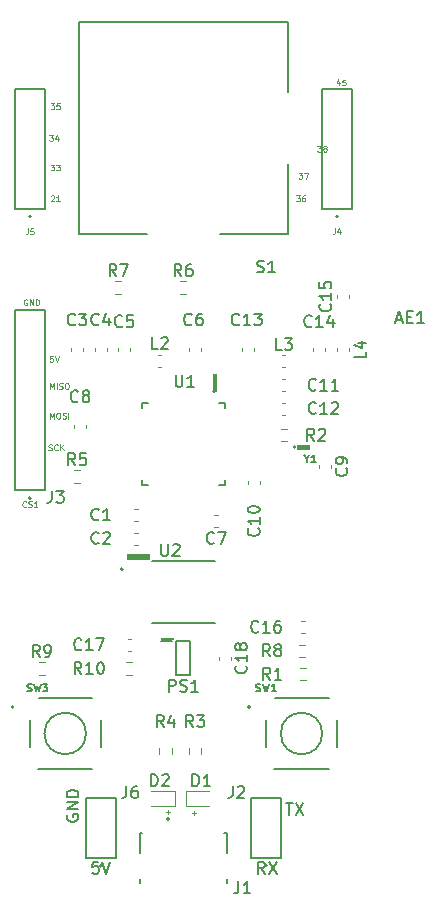
<source format=gbr>
%TF.GenerationSoftware,KiCad,Pcbnew,8.0.2*%
%TF.CreationDate,2024-07-02T20:29:51-04:00*%
%TF.ProjectId,HackerMouseProject,4861636b-6572-44d6-9f75-736550726f6a,rev?*%
%TF.SameCoordinates,Original*%
%TF.FileFunction,Legend,Top*%
%TF.FilePolarity,Positive*%
%FSLAX46Y46*%
G04 Gerber Fmt 4.6, Leading zero omitted, Abs format (unit mm)*
G04 Created by KiCad (PCBNEW 8.0.2) date 2024-07-02 20:29:51*
%MOMM*%
%LPD*%
G01*
G04 APERTURE LIST*
%ADD10C,0.100000*%
%ADD11C,0.125000*%
%ADD12C,0.150000*%
%ADD13C,0.127000*%
%ADD14C,0.200000*%
%ADD15C,0.120000*%
G04 APERTURE END LIST*
D10*
X173100000Y-87400000D02*
X173100000Y-87700000D01*
X170200000Y-80300000D02*
X172100000Y-80300000D01*
X172100000Y-80700000D01*
X170200000Y-80700000D01*
X170200000Y-80300000D01*
G36*
X170200000Y-80300000D02*
G01*
X172100000Y-80300000D01*
X172100000Y-80700000D01*
X170200000Y-80700000D01*
X170200000Y-80300000D01*
G37*
X177500000Y-65100000D02*
X177800000Y-65100000D01*
X177800000Y-66545000D01*
X177500000Y-66545000D01*
X177500000Y-65100000D01*
G36*
X177500000Y-65100000D02*
G01*
X177800000Y-65100000D01*
X177800000Y-66545000D01*
X177500000Y-66545000D01*
X177500000Y-65100000D01*
G37*
X174100000Y-87400000D02*
X173100000Y-87400000D01*
X174100000Y-87500000D02*
X174100000Y-87400000D01*
X184600000Y-71100000D02*
X185600000Y-71100000D01*
X185600000Y-71400000D01*
X184600000Y-71400000D01*
X184600000Y-71100000D01*
G36*
X184600000Y-71100000D02*
G01*
X185600000Y-71100000D01*
X185600000Y-71400000D01*
X184600000Y-71400000D01*
X184600000Y-71100000D01*
G37*
X173100000Y-87500000D02*
X174100000Y-87500000D01*
D11*
X161763188Y-58756119D02*
X161715569Y-58732309D01*
X161715569Y-58732309D02*
X161644140Y-58732309D01*
X161644140Y-58732309D02*
X161572712Y-58756119D01*
X161572712Y-58756119D02*
X161525093Y-58803738D01*
X161525093Y-58803738D02*
X161501283Y-58851357D01*
X161501283Y-58851357D02*
X161477474Y-58946595D01*
X161477474Y-58946595D02*
X161477474Y-59018023D01*
X161477474Y-59018023D02*
X161501283Y-59113261D01*
X161501283Y-59113261D02*
X161525093Y-59160880D01*
X161525093Y-59160880D02*
X161572712Y-59208500D01*
X161572712Y-59208500D02*
X161644140Y-59232309D01*
X161644140Y-59232309D02*
X161691759Y-59232309D01*
X161691759Y-59232309D02*
X161763188Y-59208500D01*
X161763188Y-59208500D02*
X161786997Y-59184690D01*
X161786997Y-59184690D02*
X161786997Y-59018023D01*
X161786997Y-59018023D02*
X161691759Y-59018023D01*
X162001283Y-59232309D02*
X162001283Y-58732309D01*
X162001283Y-58732309D02*
X162286997Y-59232309D01*
X162286997Y-59232309D02*
X162286997Y-58732309D01*
X162525093Y-59232309D02*
X162525093Y-58732309D01*
X162525093Y-58732309D02*
X162644141Y-58732309D01*
X162644141Y-58732309D02*
X162715569Y-58756119D01*
X162715569Y-58756119D02*
X162763188Y-58803738D01*
X162763188Y-58803738D02*
X162786998Y-58851357D01*
X162786998Y-58851357D02*
X162810807Y-58946595D01*
X162810807Y-58946595D02*
X162810807Y-59018023D01*
X162810807Y-59018023D02*
X162786998Y-59113261D01*
X162786998Y-59113261D02*
X162763188Y-59160880D01*
X162763188Y-59160880D02*
X162715569Y-59208500D01*
X162715569Y-59208500D02*
X162644141Y-59232309D01*
X162644141Y-59232309D02*
X162525093Y-59232309D01*
X186353664Y-45732309D02*
X186663188Y-45732309D01*
X186663188Y-45732309D02*
X186496521Y-45922785D01*
X186496521Y-45922785D02*
X186567950Y-45922785D01*
X186567950Y-45922785D02*
X186615569Y-45946595D01*
X186615569Y-45946595D02*
X186639378Y-45970404D01*
X186639378Y-45970404D02*
X186663188Y-46018023D01*
X186663188Y-46018023D02*
X186663188Y-46137071D01*
X186663188Y-46137071D02*
X186639378Y-46184690D01*
X186639378Y-46184690D02*
X186615569Y-46208500D01*
X186615569Y-46208500D02*
X186567950Y-46232309D01*
X186567950Y-46232309D02*
X186425093Y-46232309D01*
X186425093Y-46232309D02*
X186377474Y-46208500D01*
X186377474Y-46208500D02*
X186353664Y-46184690D01*
X186948902Y-45946595D02*
X186901283Y-45922785D01*
X186901283Y-45922785D02*
X186877473Y-45898976D01*
X186877473Y-45898976D02*
X186853664Y-45851357D01*
X186853664Y-45851357D02*
X186853664Y-45827547D01*
X186853664Y-45827547D02*
X186877473Y-45779928D01*
X186877473Y-45779928D02*
X186901283Y-45756119D01*
X186901283Y-45756119D02*
X186948902Y-45732309D01*
X186948902Y-45732309D02*
X187044140Y-45732309D01*
X187044140Y-45732309D02*
X187091759Y-45756119D01*
X187091759Y-45756119D02*
X187115568Y-45779928D01*
X187115568Y-45779928D02*
X187139378Y-45827547D01*
X187139378Y-45827547D02*
X187139378Y-45851357D01*
X187139378Y-45851357D02*
X187115568Y-45898976D01*
X187115568Y-45898976D02*
X187091759Y-45922785D01*
X187091759Y-45922785D02*
X187044140Y-45946595D01*
X187044140Y-45946595D02*
X186948902Y-45946595D01*
X186948902Y-45946595D02*
X186901283Y-45970404D01*
X186901283Y-45970404D02*
X186877473Y-45994214D01*
X186877473Y-45994214D02*
X186853664Y-46041833D01*
X186853664Y-46041833D02*
X186853664Y-46137071D01*
X186853664Y-46137071D02*
X186877473Y-46184690D01*
X186877473Y-46184690D02*
X186901283Y-46208500D01*
X186901283Y-46208500D02*
X186948902Y-46232309D01*
X186948902Y-46232309D02*
X187044140Y-46232309D01*
X187044140Y-46232309D02*
X187091759Y-46208500D01*
X187091759Y-46208500D02*
X187115568Y-46184690D01*
X187115568Y-46184690D02*
X187139378Y-46137071D01*
X187139378Y-46137071D02*
X187139378Y-46041833D01*
X187139378Y-46041833D02*
X187115568Y-45994214D01*
X187115568Y-45994214D02*
X187091759Y-45970404D01*
X187091759Y-45970404D02*
X187044140Y-45946595D01*
D12*
X165167438Y-102389411D02*
X165119819Y-102484649D01*
X165119819Y-102484649D02*
X165119819Y-102627506D01*
X165119819Y-102627506D02*
X165167438Y-102770363D01*
X165167438Y-102770363D02*
X165262676Y-102865601D01*
X165262676Y-102865601D02*
X165357914Y-102913220D01*
X165357914Y-102913220D02*
X165548390Y-102960839D01*
X165548390Y-102960839D02*
X165691247Y-102960839D01*
X165691247Y-102960839D02*
X165881723Y-102913220D01*
X165881723Y-102913220D02*
X165976961Y-102865601D01*
X165976961Y-102865601D02*
X166072200Y-102770363D01*
X166072200Y-102770363D02*
X166119819Y-102627506D01*
X166119819Y-102627506D02*
X166119819Y-102532268D01*
X166119819Y-102532268D02*
X166072200Y-102389411D01*
X166072200Y-102389411D02*
X166024580Y-102341792D01*
X166024580Y-102341792D02*
X165691247Y-102341792D01*
X165691247Y-102341792D02*
X165691247Y-102532268D01*
X166119819Y-101913220D02*
X165119819Y-101913220D01*
X165119819Y-101913220D02*
X166119819Y-101341792D01*
X166119819Y-101341792D02*
X165119819Y-101341792D01*
X166119819Y-100865601D02*
X165119819Y-100865601D01*
X165119819Y-100865601D02*
X165119819Y-100627506D01*
X165119819Y-100627506D02*
X165167438Y-100484649D01*
X165167438Y-100484649D02*
X165262676Y-100389411D01*
X165262676Y-100389411D02*
X165357914Y-100341792D01*
X165357914Y-100341792D02*
X165548390Y-100294173D01*
X165548390Y-100294173D02*
X165691247Y-100294173D01*
X165691247Y-100294173D02*
X165881723Y-100341792D01*
X165881723Y-100341792D02*
X165976961Y-100389411D01*
X165976961Y-100389411D02*
X166072200Y-100484649D01*
X166072200Y-100484649D02*
X166119819Y-100627506D01*
X166119819Y-100627506D02*
X166119819Y-100865601D01*
D11*
X163753664Y-42132309D02*
X164063188Y-42132309D01*
X164063188Y-42132309D02*
X163896521Y-42322785D01*
X163896521Y-42322785D02*
X163967950Y-42322785D01*
X163967950Y-42322785D02*
X164015569Y-42346595D01*
X164015569Y-42346595D02*
X164039378Y-42370404D01*
X164039378Y-42370404D02*
X164063188Y-42418023D01*
X164063188Y-42418023D02*
X164063188Y-42537071D01*
X164063188Y-42537071D02*
X164039378Y-42584690D01*
X164039378Y-42584690D02*
X164015569Y-42608500D01*
X164015569Y-42608500D02*
X163967950Y-42632309D01*
X163967950Y-42632309D02*
X163825093Y-42632309D01*
X163825093Y-42632309D02*
X163777474Y-42608500D01*
X163777474Y-42608500D02*
X163753664Y-42584690D01*
X164515568Y-42132309D02*
X164277473Y-42132309D01*
X164277473Y-42132309D02*
X164253664Y-42370404D01*
X164253664Y-42370404D02*
X164277473Y-42346595D01*
X164277473Y-42346595D02*
X164325092Y-42322785D01*
X164325092Y-42322785D02*
X164444140Y-42322785D01*
X164444140Y-42322785D02*
X164491759Y-42346595D01*
X164491759Y-42346595D02*
X164515568Y-42370404D01*
X164515568Y-42370404D02*
X164539378Y-42418023D01*
X164539378Y-42418023D02*
X164539378Y-42537071D01*
X164539378Y-42537071D02*
X164515568Y-42584690D01*
X164515568Y-42584690D02*
X164491759Y-42608500D01*
X164491759Y-42608500D02*
X164444140Y-42632309D01*
X164444140Y-42632309D02*
X164325092Y-42632309D01*
X164325092Y-42632309D02*
X164277473Y-42608500D01*
X164277473Y-42608500D02*
X164253664Y-42584690D01*
D12*
X183693922Y-101369819D02*
X184265350Y-101369819D01*
X183979636Y-102369819D02*
X183979636Y-101369819D01*
X184503446Y-101369819D02*
X185170112Y-102369819D01*
X185170112Y-101369819D02*
X184503446Y-102369819D01*
D11*
X163753664Y-47332309D02*
X164063188Y-47332309D01*
X164063188Y-47332309D02*
X163896521Y-47522785D01*
X163896521Y-47522785D02*
X163967950Y-47522785D01*
X163967950Y-47522785D02*
X164015569Y-47546595D01*
X164015569Y-47546595D02*
X164039378Y-47570404D01*
X164039378Y-47570404D02*
X164063188Y-47618023D01*
X164063188Y-47618023D02*
X164063188Y-47737071D01*
X164063188Y-47737071D02*
X164039378Y-47784690D01*
X164039378Y-47784690D02*
X164015569Y-47808500D01*
X164015569Y-47808500D02*
X163967950Y-47832309D01*
X163967950Y-47832309D02*
X163825093Y-47832309D01*
X163825093Y-47832309D02*
X163777474Y-47808500D01*
X163777474Y-47808500D02*
X163753664Y-47784690D01*
X164229854Y-47332309D02*
X164539378Y-47332309D01*
X164539378Y-47332309D02*
X164372711Y-47522785D01*
X164372711Y-47522785D02*
X164444140Y-47522785D01*
X164444140Y-47522785D02*
X164491759Y-47546595D01*
X164491759Y-47546595D02*
X164515568Y-47570404D01*
X164515568Y-47570404D02*
X164539378Y-47618023D01*
X164539378Y-47618023D02*
X164539378Y-47737071D01*
X164539378Y-47737071D02*
X164515568Y-47784690D01*
X164515568Y-47784690D02*
X164491759Y-47808500D01*
X164491759Y-47808500D02*
X164444140Y-47832309D01*
X164444140Y-47832309D02*
X164301283Y-47832309D01*
X164301283Y-47832309D02*
X164253664Y-47808500D01*
X164253664Y-47808500D02*
X164229854Y-47784690D01*
X184753664Y-48032309D02*
X185063188Y-48032309D01*
X185063188Y-48032309D02*
X184896521Y-48222785D01*
X184896521Y-48222785D02*
X184967950Y-48222785D01*
X184967950Y-48222785D02*
X185015569Y-48246595D01*
X185015569Y-48246595D02*
X185039378Y-48270404D01*
X185039378Y-48270404D02*
X185063188Y-48318023D01*
X185063188Y-48318023D02*
X185063188Y-48437071D01*
X185063188Y-48437071D02*
X185039378Y-48484690D01*
X185039378Y-48484690D02*
X185015569Y-48508500D01*
X185015569Y-48508500D02*
X184967950Y-48532309D01*
X184967950Y-48532309D02*
X184825093Y-48532309D01*
X184825093Y-48532309D02*
X184777474Y-48508500D01*
X184777474Y-48508500D02*
X184753664Y-48484690D01*
X185229854Y-48032309D02*
X185563187Y-48032309D01*
X185563187Y-48032309D02*
X185348902Y-48532309D01*
X163701283Y-68832309D02*
X163701283Y-68332309D01*
X163701283Y-68332309D02*
X163867950Y-68689452D01*
X163867950Y-68689452D02*
X164034616Y-68332309D01*
X164034616Y-68332309D02*
X164034616Y-68832309D01*
X164367950Y-68332309D02*
X164463188Y-68332309D01*
X164463188Y-68332309D02*
X164510807Y-68356119D01*
X164510807Y-68356119D02*
X164558426Y-68403738D01*
X164558426Y-68403738D02*
X164582236Y-68498976D01*
X164582236Y-68498976D02*
X164582236Y-68665642D01*
X164582236Y-68665642D02*
X164558426Y-68760880D01*
X164558426Y-68760880D02*
X164510807Y-68808500D01*
X164510807Y-68808500D02*
X164463188Y-68832309D01*
X164463188Y-68832309D02*
X164367950Y-68832309D01*
X164367950Y-68832309D02*
X164320331Y-68808500D01*
X164320331Y-68808500D02*
X164272712Y-68760880D01*
X164272712Y-68760880D02*
X164248903Y-68665642D01*
X164248903Y-68665642D02*
X164248903Y-68498976D01*
X164248903Y-68498976D02*
X164272712Y-68403738D01*
X164272712Y-68403738D02*
X164320331Y-68356119D01*
X164320331Y-68356119D02*
X164367950Y-68332309D01*
X164772713Y-68808500D02*
X164844141Y-68832309D01*
X164844141Y-68832309D02*
X164963189Y-68832309D01*
X164963189Y-68832309D02*
X165010808Y-68808500D01*
X165010808Y-68808500D02*
X165034617Y-68784690D01*
X165034617Y-68784690D02*
X165058427Y-68737071D01*
X165058427Y-68737071D02*
X165058427Y-68689452D01*
X165058427Y-68689452D02*
X165034617Y-68641833D01*
X165034617Y-68641833D02*
X165010808Y-68618023D01*
X165010808Y-68618023D02*
X164963189Y-68594214D01*
X164963189Y-68594214D02*
X164867951Y-68570404D01*
X164867951Y-68570404D02*
X164820332Y-68546595D01*
X164820332Y-68546595D02*
X164796522Y-68522785D01*
X164796522Y-68522785D02*
X164772713Y-68475166D01*
X164772713Y-68475166D02*
X164772713Y-68427547D01*
X164772713Y-68427547D02*
X164796522Y-68379928D01*
X164796522Y-68379928D02*
X164820332Y-68356119D01*
X164820332Y-68356119D02*
X164867951Y-68332309D01*
X164867951Y-68332309D02*
X164986998Y-68332309D01*
X164986998Y-68332309D02*
X165058427Y-68356119D01*
X165272712Y-68832309D02*
X165272712Y-68332309D01*
D12*
X181908207Y-107369819D02*
X181574874Y-106893628D01*
X181336779Y-107369819D02*
X181336779Y-106369819D01*
X181336779Y-106369819D02*
X181717731Y-106369819D01*
X181717731Y-106369819D02*
X181812969Y-106417438D01*
X181812969Y-106417438D02*
X181860588Y-106465057D01*
X181860588Y-106465057D02*
X181908207Y-106560295D01*
X181908207Y-106560295D02*
X181908207Y-106703152D01*
X181908207Y-106703152D02*
X181860588Y-106798390D01*
X181860588Y-106798390D02*
X181812969Y-106846009D01*
X181812969Y-106846009D02*
X181717731Y-106893628D01*
X181717731Y-106893628D02*
X181336779Y-106893628D01*
X182241541Y-106369819D02*
X182908207Y-107369819D01*
X182908207Y-106369819D02*
X182241541Y-107369819D01*
D11*
X188215569Y-40298976D02*
X188215569Y-40632309D01*
X188096521Y-40108500D02*
X187977474Y-40465642D01*
X187977474Y-40465642D02*
X188286997Y-40465642D01*
X188715568Y-40132309D02*
X188477473Y-40132309D01*
X188477473Y-40132309D02*
X188453664Y-40370404D01*
X188453664Y-40370404D02*
X188477473Y-40346595D01*
X188477473Y-40346595D02*
X188525092Y-40322785D01*
X188525092Y-40322785D02*
X188644140Y-40322785D01*
X188644140Y-40322785D02*
X188691759Y-40346595D01*
X188691759Y-40346595D02*
X188715568Y-40370404D01*
X188715568Y-40370404D02*
X188739378Y-40418023D01*
X188739378Y-40418023D02*
X188739378Y-40537071D01*
X188739378Y-40537071D02*
X188715568Y-40584690D01*
X188715568Y-40584690D02*
X188691759Y-40608500D01*
X188691759Y-40608500D02*
X188644140Y-40632309D01*
X188644140Y-40632309D02*
X188525092Y-40632309D01*
X188525092Y-40632309D02*
X188477473Y-40608500D01*
X188477473Y-40608500D02*
X188453664Y-40584690D01*
X163939378Y-63532309D02*
X163701283Y-63532309D01*
X163701283Y-63532309D02*
X163677474Y-63770404D01*
X163677474Y-63770404D02*
X163701283Y-63746595D01*
X163701283Y-63746595D02*
X163748902Y-63722785D01*
X163748902Y-63722785D02*
X163867950Y-63722785D01*
X163867950Y-63722785D02*
X163915569Y-63746595D01*
X163915569Y-63746595D02*
X163939378Y-63770404D01*
X163939378Y-63770404D02*
X163963188Y-63818023D01*
X163963188Y-63818023D02*
X163963188Y-63937071D01*
X163963188Y-63937071D02*
X163939378Y-63984690D01*
X163939378Y-63984690D02*
X163915569Y-64008500D01*
X163915569Y-64008500D02*
X163867950Y-64032309D01*
X163867950Y-64032309D02*
X163748902Y-64032309D01*
X163748902Y-64032309D02*
X163701283Y-64008500D01*
X163701283Y-64008500D02*
X163677474Y-63984690D01*
X164106045Y-63532309D02*
X164272711Y-64032309D01*
X164272711Y-64032309D02*
X164439378Y-63532309D01*
X161686997Y-76284690D02*
X161663188Y-76308500D01*
X161663188Y-76308500D02*
X161591759Y-76332309D01*
X161591759Y-76332309D02*
X161544140Y-76332309D01*
X161544140Y-76332309D02*
X161472712Y-76308500D01*
X161472712Y-76308500D02*
X161425093Y-76260880D01*
X161425093Y-76260880D02*
X161401283Y-76213261D01*
X161401283Y-76213261D02*
X161377474Y-76118023D01*
X161377474Y-76118023D02*
X161377474Y-76046595D01*
X161377474Y-76046595D02*
X161401283Y-75951357D01*
X161401283Y-75951357D02*
X161425093Y-75903738D01*
X161425093Y-75903738D02*
X161472712Y-75856119D01*
X161472712Y-75856119D02*
X161544140Y-75832309D01*
X161544140Y-75832309D02*
X161591759Y-75832309D01*
X161591759Y-75832309D02*
X161663188Y-75856119D01*
X161663188Y-75856119D02*
X161686997Y-75879928D01*
X161877474Y-76308500D02*
X161948902Y-76332309D01*
X161948902Y-76332309D02*
X162067950Y-76332309D01*
X162067950Y-76332309D02*
X162115569Y-76308500D01*
X162115569Y-76308500D02*
X162139378Y-76284690D01*
X162139378Y-76284690D02*
X162163188Y-76237071D01*
X162163188Y-76237071D02*
X162163188Y-76189452D01*
X162163188Y-76189452D02*
X162139378Y-76141833D01*
X162139378Y-76141833D02*
X162115569Y-76118023D01*
X162115569Y-76118023D02*
X162067950Y-76094214D01*
X162067950Y-76094214D02*
X161972712Y-76070404D01*
X161972712Y-76070404D02*
X161925093Y-76046595D01*
X161925093Y-76046595D02*
X161901283Y-76022785D01*
X161901283Y-76022785D02*
X161877474Y-75975166D01*
X161877474Y-75975166D02*
X161877474Y-75927547D01*
X161877474Y-75927547D02*
X161901283Y-75879928D01*
X161901283Y-75879928D02*
X161925093Y-75856119D01*
X161925093Y-75856119D02*
X161972712Y-75832309D01*
X161972712Y-75832309D02*
X162091759Y-75832309D01*
X162091759Y-75832309D02*
X162163188Y-75856119D01*
X162639378Y-76332309D02*
X162353664Y-76332309D01*
X162496521Y-76332309D02*
X162496521Y-75832309D01*
X162496521Y-75832309D02*
X162448902Y-75903738D01*
X162448902Y-75903738D02*
X162401283Y-75951357D01*
X162401283Y-75951357D02*
X162353664Y-75975166D01*
X163653664Y-44832309D02*
X163963188Y-44832309D01*
X163963188Y-44832309D02*
X163796521Y-45022785D01*
X163796521Y-45022785D02*
X163867950Y-45022785D01*
X163867950Y-45022785D02*
X163915569Y-45046595D01*
X163915569Y-45046595D02*
X163939378Y-45070404D01*
X163939378Y-45070404D02*
X163963188Y-45118023D01*
X163963188Y-45118023D02*
X163963188Y-45237071D01*
X163963188Y-45237071D02*
X163939378Y-45284690D01*
X163939378Y-45284690D02*
X163915569Y-45308500D01*
X163915569Y-45308500D02*
X163867950Y-45332309D01*
X163867950Y-45332309D02*
X163725093Y-45332309D01*
X163725093Y-45332309D02*
X163677474Y-45308500D01*
X163677474Y-45308500D02*
X163653664Y-45284690D01*
X164391759Y-44998976D02*
X164391759Y-45332309D01*
X164272711Y-44808500D02*
X164153664Y-45165642D01*
X164153664Y-45165642D02*
X164463187Y-45165642D01*
X173501283Y-102141833D02*
X173882236Y-102141833D01*
X173691759Y-102332309D02*
X173691759Y-101951357D01*
X163777474Y-49979928D02*
X163801283Y-49956119D01*
X163801283Y-49956119D02*
X163848902Y-49932309D01*
X163848902Y-49932309D02*
X163967950Y-49932309D01*
X163967950Y-49932309D02*
X164015569Y-49956119D01*
X164015569Y-49956119D02*
X164039378Y-49979928D01*
X164039378Y-49979928D02*
X164063188Y-50027547D01*
X164063188Y-50027547D02*
X164063188Y-50075166D01*
X164063188Y-50075166D02*
X164039378Y-50146595D01*
X164039378Y-50146595D02*
X163753664Y-50432309D01*
X163753664Y-50432309D02*
X164063188Y-50432309D01*
X164539378Y-50432309D02*
X164253664Y-50432309D01*
X164396521Y-50432309D02*
X164396521Y-49932309D01*
X164396521Y-49932309D02*
X164348902Y-50003738D01*
X164348902Y-50003738D02*
X164301283Y-50051357D01*
X164301283Y-50051357D02*
X164253664Y-50075166D01*
X163577474Y-71508500D02*
X163648902Y-71532309D01*
X163648902Y-71532309D02*
X163767950Y-71532309D01*
X163767950Y-71532309D02*
X163815569Y-71508500D01*
X163815569Y-71508500D02*
X163839378Y-71484690D01*
X163839378Y-71484690D02*
X163863188Y-71437071D01*
X163863188Y-71437071D02*
X163863188Y-71389452D01*
X163863188Y-71389452D02*
X163839378Y-71341833D01*
X163839378Y-71341833D02*
X163815569Y-71318023D01*
X163815569Y-71318023D02*
X163767950Y-71294214D01*
X163767950Y-71294214D02*
X163672712Y-71270404D01*
X163672712Y-71270404D02*
X163625093Y-71246595D01*
X163625093Y-71246595D02*
X163601283Y-71222785D01*
X163601283Y-71222785D02*
X163577474Y-71175166D01*
X163577474Y-71175166D02*
X163577474Y-71127547D01*
X163577474Y-71127547D02*
X163601283Y-71079928D01*
X163601283Y-71079928D02*
X163625093Y-71056119D01*
X163625093Y-71056119D02*
X163672712Y-71032309D01*
X163672712Y-71032309D02*
X163791759Y-71032309D01*
X163791759Y-71032309D02*
X163863188Y-71056119D01*
X164363187Y-71484690D02*
X164339378Y-71508500D01*
X164339378Y-71508500D02*
X164267949Y-71532309D01*
X164267949Y-71532309D02*
X164220330Y-71532309D01*
X164220330Y-71532309D02*
X164148902Y-71508500D01*
X164148902Y-71508500D02*
X164101283Y-71460880D01*
X164101283Y-71460880D02*
X164077473Y-71413261D01*
X164077473Y-71413261D02*
X164053664Y-71318023D01*
X164053664Y-71318023D02*
X164053664Y-71246595D01*
X164053664Y-71246595D02*
X164077473Y-71151357D01*
X164077473Y-71151357D02*
X164101283Y-71103738D01*
X164101283Y-71103738D02*
X164148902Y-71056119D01*
X164148902Y-71056119D02*
X164220330Y-71032309D01*
X164220330Y-71032309D02*
X164267949Y-71032309D01*
X164267949Y-71032309D02*
X164339378Y-71056119D01*
X164339378Y-71056119D02*
X164363187Y-71079928D01*
X164577473Y-71532309D02*
X164577473Y-71032309D01*
X164863187Y-71532309D02*
X164648902Y-71246595D01*
X164863187Y-71032309D02*
X164577473Y-71318023D01*
X184553664Y-49932309D02*
X184863188Y-49932309D01*
X184863188Y-49932309D02*
X184696521Y-50122785D01*
X184696521Y-50122785D02*
X184767950Y-50122785D01*
X184767950Y-50122785D02*
X184815569Y-50146595D01*
X184815569Y-50146595D02*
X184839378Y-50170404D01*
X184839378Y-50170404D02*
X184863188Y-50218023D01*
X184863188Y-50218023D02*
X184863188Y-50337071D01*
X184863188Y-50337071D02*
X184839378Y-50384690D01*
X184839378Y-50384690D02*
X184815569Y-50408500D01*
X184815569Y-50408500D02*
X184767950Y-50432309D01*
X184767950Y-50432309D02*
X184625093Y-50432309D01*
X184625093Y-50432309D02*
X184577474Y-50408500D01*
X184577474Y-50408500D02*
X184553664Y-50384690D01*
X185291759Y-49932309D02*
X185196521Y-49932309D01*
X185196521Y-49932309D02*
X185148902Y-49956119D01*
X185148902Y-49956119D02*
X185125092Y-49979928D01*
X185125092Y-49979928D02*
X185077473Y-50051357D01*
X185077473Y-50051357D02*
X185053664Y-50146595D01*
X185053664Y-50146595D02*
X185053664Y-50337071D01*
X185053664Y-50337071D02*
X185077473Y-50384690D01*
X185077473Y-50384690D02*
X185101283Y-50408500D01*
X185101283Y-50408500D02*
X185148902Y-50432309D01*
X185148902Y-50432309D02*
X185244140Y-50432309D01*
X185244140Y-50432309D02*
X185291759Y-50408500D01*
X185291759Y-50408500D02*
X185315568Y-50384690D01*
X185315568Y-50384690D02*
X185339378Y-50337071D01*
X185339378Y-50337071D02*
X185339378Y-50218023D01*
X185339378Y-50218023D02*
X185315568Y-50170404D01*
X185315568Y-50170404D02*
X185291759Y-50146595D01*
X185291759Y-50146595D02*
X185244140Y-50122785D01*
X185244140Y-50122785D02*
X185148902Y-50122785D01*
X185148902Y-50122785D02*
X185101283Y-50146595D01*
X185101283Y-50146595D02*
X185077473Y-50170404D01*
X185077473Y-50170404D02*
X185053664Y-50218023D01*
X163701283Y-66332309D02*
X163701283Y-65832309D01*
X163701283Y-65832309D02*
X163867950Y-66189452D01*
X163867950Y-66189452D02*
X164034616Y-65832309D01*
X164034616Y-65832309D02*
X164034616Y-66332309D01*
X164272712Y-66332309D02*
X164272712Y-65832309D01*
X164486998Y-66308500D02*
X164558426Y-66332309D01*
X164558426Y-66332309D02*
X164677474Y-66332309D01*
X164677474Y-66332309D02*
X164725093Y-66308500D01*
X164725093Y-66308500D02*
X164748902Y-66284690D01*
X164748902Y-66284690D02*
X164772712Y-66237071D01*
X164772712Y-66237071D02*
X164772712Y-66189452D01*
X164772712Y-66189452D02*
X164748902Y-66141833D01*
X164748902Y-66141833D02*
X164725093Y-66118023D01*
X164725093Y-66118023D02*
X164677474Y-66094214D01*
X164677474Y-66094214D02*
X164582236Y-66070404D01*
X164582236Y-66070404D02*
X164534617Y-66046595D01*
X164534617Y-66046595D02*
X164510807Y-66022785D01*
X164510807Y-66022785D02*
X164486998Y-65975166D01*
X164486998Y-65975166D02*
X164486998Y-65927547D01*
X164486998Y-65927547D02*
X164510807Y-65879928D01*
X164510807Y-65879928D02*
X164534617Y-65856119D01*
X164534617Y-65856119D02*
X164582236Y-65832309D01*
X164582236Y-65832309D02*
X164701283Y-65832309D01*
X164701283Y-65832309D02*
X164772712Y-65856119D01*
X165082235Y-65832309D02*
X165177473Y-65832309D01*
X165177473Y-65832309D02*
X165225092Y-65856119D01*
X165225092Y-65856119D02*
X165272711Y-65903738D01*
X165272711Y-65903738D02*
X165296521Y-65998976D01*
X165296521Y-65998976D02*
X165296521Y-66165642D01*
X165296521Y-66165642D02*
X165272711Y-66260880D01*
X165272711Y-66260880D02*
X165225092Y-66308500D01*
X165225092Y-66308500D02*
X165177473Y-66332309D01*
X165177473Y-66332309D02*
X165082235Y-66332309D01*
X165082235Y-66332309D02*
X165034616Y-66308500D01*
X165034616Y-66308500D02*
X164986997Y-66260880D01*
X164986997Y-66260880D02*
X164963188Y-66165642D01*
X164963188Y-66165642D02*
X164963188Y-65998976D01*
X164963188Y-65998976D02*
X164986997Y-65903738D01*
X164986997Y-65903738D02*
X165034616Y-65856119D01*
X165034616Y-65856119D02*
X165082235Y-65832309D01*
X175701283Y-102241833D02*
X176082236Y-102241833D01*
X175891759Y-102432309D02*
X175891759Y-102051357D01*
D12*
X167812969Y-106369819D02*
X167336779Y-106369819D01*
X167336779Y-106369819D02*
X167289160Y-106846009D01*
X167289160Y-106846009D02*
X167336779Y-106798390D01*
X167336779Y-106798390D02*
X167432017Y-106750771D01*
X167432017Y-106750771D02*
X167670112Y-106750771D01*
X167670112Y-106750771D02*
X167765350Y-106798390D01*
X167765350Y-106798390D02*
X167812969Y-106846009D01*
X167812969Y-106846009D02*
X167860588Y-106941247D01*
X167860588Y-106941247D02*
X167860588Y-107179342D01*
X167860588Y-107179342D02*
X167812969Y-107274580D01*
X167812969Y-107274580D02*
X167765350Y-107322200D01*
X167765350Y-107322200D02*
X167670112Y-107369819D01*
X167670112Y-107369819D02*
X167432017Y-107369819D01*
X167432017Y-107369819D02*
X167336779Y-107322200D01*
X167336779Y-107322200D02*
X167289160Y-107274580D01*
X168146303Y-106369819D02*
X168479636Y-107369819D01*
X168479636Y-107369819D02*
X168812969Y-106369819D01*
X170166666Y-99954819D02*
X170166666Y-100669104D01*
X170166666Y-100669104D02*
X170119047Y-100811961D01*
X170119047Y-100811961D02*
X170023809Y-100907200D01*
X170023809Y-100907200D02*
X169880952Y-100954819D01*
X169880952Y-100954819D02*
X169785714Y-100954819D01*
X171071428Y-99954819D02*
X170880952Y-99954819D01*
X170880952Y-99954819D02*
X170785714Y-100002438D01*
X170785714Y-100002438D02*
X170738095Y-100050057D01*
X170738095Y-100050057D02*
X170642857Y-100192914D01*
X170642857Y-100192914D02*
X170595238Y-100383390D01*
X170595238Y-100383390D02*
X170595238Y-100764342D01*
X170595238Y-100764342D02*
X170642857Y-100859580D01*
X170642857Y-100859580D02*
X170690476Y-100907200D01*
X170690476Y-100907200D02*
X170785714Y-100954819D01*
X170785714Y-100954819D02*
X170976190Y-100954819D01*
X170976190Y-100954819D02*
X171071428Y-100907200D01*
X171071428Y-100907200D02*
X171119047Y-100859580D01*
X171119047Y-100859580D02*
X171166666Y-100764342D01*
X171166666Y-100764342D02*
X171166666Y-100526247D01*
X171166666Y-100526247D02*
X171119047Y-100431009D01*
X171119047Y-100431009D02*
X171071428Y-100383390D01*
X171071428Y-100383390D02*
X170976190Y-100335771D01*
X170976190Y-100335771D02*
X170785714Y-100335771D01*
X170785714Y-100335771D02*
X170690476Y-100383390D01*
X170690476Y-100383390D02*
X170642857Y-100431009D01*
X170642857Y-100431009D02*
X170595238Y-100526247D01*
X190454819Y-63166666D02*
X190454819Y-63642856D01*
X190454819Y-63642856D02*
X189454819Y-63642856D01*
X189788152Y-62404761D02*
X190454819Y-62404761D01*
X189407200Y-62642856D02*
X190121485Y-62880951D01*
X190121485Y-62880951D02*
X190121485Y-62261904D01*
X173333333Y-94954819D02*
X173000000Y-94478628D01*
X172761905Y-94954819D02*
X172761905Y-93954819D01*
X172761905Y-93954819D02*
X173142857Y-93954819D01*
X173142857Y-93954819D02*
X173238095Y-94002438D01*
X173238095Y-94002438D02*
X173285714Y-94050057D01*
X173285714Y-94050057D02*
X173333333Y-94145295D01*
X173333333Y-94145295D02*
X173333333Y-94288152D01*
X173333333Y-94288152D02*
X173285714Y-94383390D01*
X173285714Y-94383390D02*
X173238095Y-94431009D01*
X173238095Y-94431009D02*
X173142857Y-94478628D01*
X173142857Y-94478628D02*
X172761905Y-94478628D01*
X174190476Y-94288152D02*
X174190476Y-94954819D01*
X173952381Y-93907200D02*
X173714286Y-94621485D01*
X173714286Y-94621485D02*
X174333333Y-94621485D01*
X177583333Y-79359580D02*
X177535714Y-79407200D01*
X177535714Y-79407200D02*
X177392857Y-79454819D01*
X177392857Y-79454819D02*
X177297619Y-79454819D01*
X177297619Y-79454819D02*
X177154762Y-79407200D01*
X177154762Y-79407200D02*
X177059524Y-79311961D01*
X177059524Y-79311961D02*
X177011905Y-79216723D01*
X177011905Y-79216723D02*
X176964286Y-79026247D01*
X176964286Y-79026247D02*
X176964286Y-78883390D01*
X176964286Y-78883390D02*
X177011905Y-78692914D01*
X177011905Y-78692914D02*
X177059524Y-78597676D01*
X177059524Y-78597676D02*
X177154762Y-78502438D01*
X177154762Y-78502438D02*
X177297619Y-78454819D01*
X177297619Y-78454819D02*
X177392857Y-78454819D01*
X177392857Y-78454819D02*
X177535714Y-78502438D01*
X177535714Y-78502438D02*
X177583333Y-78550057D01*
X177916667Y-78454819D02*
X178583333Y-78454819D01*
X178583333Y-78454819D02*
X178154762Y-79454819D01*
X182345833Y-90929819D02*
X182012500Y-90453628D01*
X181774405Y-90929819D02*
X181774405Y-89929819D01*
X181774405Y-89929819D02*
X182155357Y-89929819D01*
X182155357Y-89929819D02*
X182250595Y-89977438D01*
X182250595Y-89977438D02*
X182298214Y-90025057D01*
X182298214Y-90025057D02*
X182345833Y-90120295D01*
X182345833Y-90120295D02*
X182345833Y-90263152D01*
X182345833Y-90263152D02*
X182298214Y-90358390D01*
X182298214Y-90358390D02*
X182250595Y-90406009D01*
X182250595Y-90406009D02*
X182155357Y-90453628D01*
X182155357Y-90453628D02*
X181774405Y-90453628D01*
X183298214Y-90929819D02*
X182726786Y-90929819D01*
X183012500Y-90929819D02*
X183012500Y-89929819D01*
X183012500Y-89929819D02*
X182917262Y-90072676D01*
X182917262Y-90072676D02*
X182822024Y-90167914D01*
X182822024Y-90167914D02*
X182726786Y-90215533D01*
X169823333Y-60997080D02*
X169775714Y-61044700D01*
X169775714Y-61044700D02*
X169632857Y-61092319D01*
X169632857Y-61092319D02*
X169537619Y-61092319D01*
X169537619Y-61092319D02*
X169394762Y-61044700D01*
X169394762Y-61044700D02*
X169299524Y-60949461D01*
X169299524Y-60949461D02*
X169251905Y-60854223D01*
X169251905Y-60854223D02*
X169204286Y-60663747D01*
X169204286Y-60663747D02*
X169204286Y-60520890D01*
X169204286Y-60520890D02*
X169251905Y-60330414D01*
X169251905Y-60330414D02*
X169299524Y-60235176D01*
X169299524Y-60235176D02*
X169394762Y-60139938D01*
X169394762Y-60139938D02*
X169537619Y-60092319D01*
X169537619Y-60092319D02*
X169632857Y-60092319D01*
X169632857Y-60092319D02*
X169775714Y-60139938D01*
X169775714Y-60139938D02*
X169823333Y-60187557D01*
X170728095Y-60092319D02*
X170251905Y-60092319D01*
X170251905Y-60092319D02*
X170204286Y-60568509D01*
X170204286Y-60568509D02*
X170251905Y-60520890D01*
X170251905Y-60520890D02*
X170347143Y-60473271D01*
X170347143Y-60473271D02*
X170585238Y-60473271D01*
X170585238Y-60473271D02*
X170680476Y-60520890D01*
X170680476Y-60520890D02*
X170728095Y-60568509D01*
X170728095Y-60568509D02*
X170775714Y-60663747D01*
X170775714Y-60663747D02*
X170775714Y-60901842D01*
X170775714Y-60901842D02*
X170728095Y-60997080D01*
X170728095Y-60997080D02*
X170680476Y-61044700D01*
X170680476Y-61044700D02*
X170585238Y-61092319D01*
X170585238Y-61092319D02*
X170347143Y-61092319D01*
X170347143Y-61092319D02*
X170251905Y-61044700D01*
X170251905Y-61044700D02*
X170204286Y-60997080D01*
X186219642Y-68359580D02*
X186172023Y-68407200D01*
X186172023Y-68407200D02*
X186029166Y-68454819D01*
X186029166Y-68454819D02*
X185933928Y-68454819D01*
X185933928Y-68454819D02*
X185791071Y-68407200D01*
X185791071Y-68407200D02*
X185695833Y-68311961D01*
X185695833Y-68311961D02*
X185648214Y-68216723D01*
X185648214Y-68216723D02*
X185600595Y-68026247D01*
X185600595Y-68026247D02*
X185600595Y-67883390D01*
X185600595Y-67883390D02*
X185648214Y-67692914D01*
X185648214Y-67692914D02*
X185695833Y-67597676D01*
X185695833Y-67597676D02*
X185791071Y-67502438D01*
X185791071Y-67502438D02*
X185933928Y-67454819D01*
X185933928Y-67454819D02*
X186029166Y-67454819D01*
X186029166Y-67454819D02*
X186172023Y-67502438D01*
X186172023Y-67502438D02*
X186219642Y-67550057D01*
X187172023Y-68454819D02*
X186600595Y-68454819D01*
X186886309Y-68454819D02*
X186886309Y-67454819D01*
X186886309Y-67454819D02*
X186791071Y-67597676D01*
X186791071Y-67597676D02*
X186695833Y-67692914D01*
X186695833Y-67692914D02*
X186600595Y-67740533D01*
X187552976Y-67550057D02*
X187600595Y-67502438D01*
X187600595Y-67502438D02*
X187695833Y-67454819D01*
X187695833Y-67454819D02*
X187933928Y-67454819D01*
X187933928Y-67454819D02*
X188029166Y-67502438D01*
X188029166Y-67502438D02*
X188076785Y-67550057D01*
X188076785Y-67550057D02*
X188124404Y-67645295D01*
X188124404Y-67645295D02*
X188124404Y-67740533D01*
X188124404Y-67740533D02*
X188076785Y-67883390D01*
X188076785Y-67883390D02*
X187505357Y-68454819D01*
X187505357Y-68454819D02*
X188124404Y-68454819D01*
X181238095Y-56407200D02*
X181380952Y-56454819D01*
X181380952Y-56454819D02*
X181619047Y-56454819D01*
X181619047Y-56454819D02*
X181714285Y-56407200D01*
X181714285Y-56407200D02*
X181761904Y-56359580D01*
X181761904Y-56359580D02*
X181809523Y-56264342D01*
X181809523Y-56264342D02*
X181809523Y-56169104D01*
X181809523Y-56169104D02*
X181761904Y-56073866D01*
X181761904Y-56073866D02*
X181714285Y-56026247D01*
X181714285Y-56026247D02*
X181619047Y-55978628D01*
X181619047Y-55978628D02*
X181428571Y-55931009D01*
X181428571Y-55931009D02*
X181333333Y-55883390D01*
X181333333Y-55883390D02*
X181285714Y-55835771D01*
X181285714Y-55835771D02*
X181238095Y-55740533D01*
X181238095Y-55740533D02*
X181238095Y-55645295D01*
X181238095Y-55645295D02*
X181285714Y-55550057D01*
X181285714Y-55550057D02*
X181333333Y-55502438D01*
X181333333Y-55502438D02*
X181428571Y-55454819D01*
X181428571Y-55454819D02*
X181666666Y-55454819D01*
X181666666Y-55454819D02*
X181809523Y-55502438D01*
X182761904Y-56454819D02*
X182190476Y-56454819D01*
X182476190Y-56454819D02*
X182476190Y-55454819D01*
X182476190Y-55454819D02*
X182380952Y-55597676D01*
X182380952Y-55597676D02*
X182285714Y-55692914D01*
X182285714Y-55692914D02*
X182190476Y-55740533D01*
X166357142Y-90454819D02*
X166023809Y-89978628D01*
X165785714Y-90454819D02*
X165785714Y-89454819D01*
X165785714Y-89454819D02*
X166166666Y-89454819D01*
X166166666Y-89454819D02*
X166261904Y-89502438D01*
X166261904Y-89502438D02*
X166309523Y-89550057D01*
X166309523Y-89550057D02*
X166357142Y-89645295D01*
X166357142Y-89645295D02*
X166357142Y-89788152D01*
X166357142Y-89788152D02*
X166309523Y-89883390D01*
X166309523Y-89883390D02*
X166261904Y-89931009D01*
X166261904Y-89931009D02*
X166166666Y-89978628D01*
X166166666Y-89978628D02*
X165785714Y-89978628D01*
X167309523Y-90454819D02*
X166738095Y-90454819D01*
X167023809Y-90454819D02*
X167023809Y-89454819D01*
X167023809Y-89454819D02*
X166928571Y-89597676D01*
X166928571Y-89597676D02*
X166833333Y-89692914D01*
X166833333Y-89692914D02*
X166738095Y-89740533D01*
X167928571Y-89454819D02*
X168023809Y-89454819D01*
X168023809Y-89454819D02*
X168119047Y-89502438D01*
X168119047Y-89502438D02*
X168166666Y-89550057D01*
X168166666Y-89550057D02*
X168214285Y-89645295D01*
X168214285Y-89645295D02*
X168261904Y-89835771D01*
X168261904Y-89835771D02*
X168261904Y-90073866D01*
X168261904Y-90073866D02*
X168214285Y-90264342D01*
X168214285Y-90264342D02*
X168166666Y-90359580D01*
X168166666Y-90359580D02*
X168119047Y-90407200D01*
X168119047Y-90407200D02*
X168023809Y-90454819D01*
X168023809Y-90454819D02*
X167928571Y-90454819D01*
X167928571Y-90454819D02*
X167833333Y-90407200D01*
X167833333Y-90407200D02*
X167785714Y-90359580D01*
X167785714Y-90359580D02*
X167738095Y-90264342D01*
X167738095Y-90264342D02*
X167690476Y-90073866D01*
X167690476Y-90073866D02*
X167690476Y-89835771D01*
X167690476Y-89835771D02*
X167738095Y-89645295D01*
X167738095Y-89645295D02*
X167785714Y-89550057D01*
X167785714Y-89550057D02*
X167833333Y-89502438D01*
X167833333Y-89502438D02*
X167928571Y-89454819D01*
X186083333Y-70704819D02*
X185750000Y-70228628D01*
X185511905Y-70704819D02*
X185511905Y-69704819D01*
X185511905Y-69704819D02*
X185892857Y-69704819D01*
X185892857Y-69704819D02*
X185988095Y-69752438D01*
X185988095Y-69752438D02*
X186035714Y-69800057D01*
X186035714Y-69800057D02*
X186083333Y-69895295D01*
X186083333Y-69895295D02*
X186083333Y-70038152D01*
X186083333Y-70038152D02*
X186035714Y-70133390D01*
X186035714Y-70133390D02*
X185988095Y-70181009D01*
X185988095Y-70181009D02*
X185892857Y-70228628D01*
X185892857Y-70228628D02*
X185511905Y-70228628D01*
X186464286Y-69800057D02*
X186511905Y-69752438D01*
X186511905Y-69752438D02*
X186607143Y-69704819D01*
X186607143Y-69704819D02*
X186845238Y-69704819D01*
X186845238Y-69704819D02*
X186940476Y-69752438D01*
X186940476Y-69752438D02*
X186988095Y-69800057D01*
X186988095Y-69800057D02*
X187035714Y-69895295D01*
X187035714Y-69895295D02*
X187035714Y-69990533D01*
X187035714Y-69990533D02*
X186988095Y-70133390D01*
X186988095Y-70133390D02*
X186416667Y-70704819D01*
X186416667Y-70704819D02*
X187035714Y-70704819D01*
X175833333Y-94954819D02*
X175500000Y-94478628D01*
X175261905Y-94954819D02*
X175261905Y-93954819D01*
X175261905Y-93954819D02*
X175642857Y-93954819D01*
X175642857Y-93954819D02*
X175738095Y-94002438D01*
X175738095Y-94002438D02*
X175785714Y-94050057D01*
X175785714Y-94050057D02*
X175833333Y-94145295D01*
X175833333Y-94145295D02*
X175833333Y-94288152D01*
X175833333Y-94288152D02*
X175785714Y-94383390D01*
X175785714Y-94383390D02*
X175738095Y-94431009D01*
X175738095Y-94431009D02*
X175642857Y-94478628D01*
X175642857Y-94478628D02*
X175261905Y-94478628D01*
X176166667Y-93954819D02*
X176785714Y-93954819D01*
X176785714Y-93954819D02*
X176452381Y-94335771D01*
X176452381Y-94335771D02*
X176595238Y-94335771D01*
X176595238Y-94335771D02*
X176690476Y-94383390D01*
X176690476Y-94383390D02*
X176738095Y-94431009D01*
X176738095Y-94431009D02*
X176785714Y-94526247D01*
X176785714Y-94526247D02*
X176785714Y-94764342D01*
X176785714Y-94764342D02*
X176738095Y-94859580D01*
X176738095Y-94859580D02*
X176690476Y-94907200D01*
X176690476Y-94907200D02*
X176595238Y-94954819D01*
X176595238Y-94954819D02*
X176309524Y-94954819D01*
X176309524Y-94954819D02*
X176214286Y-94907200D01*
X176214286Y-94907200D02*
X176166667Y-94859580D01*
X169333333Y-56774819D02*
X169000000Y-56298628D01*
X168761905Y-56774819D02*
X168761905Y-55774819D01*
X168761905Y-55774819D02*
X169142857Y-55774819D01*
X169142857Y-55774819D02*
X169238095Y-55822438D01*
X169238095Y-55822438D02*
X169285714Y-55870057D01*
X169285714Y-55870057D02*
X169333333Y-55965295D01*
X169333333Y-55965295D02*
X169333333Y-56108152D01*
X169333333Y-56108152D02*
X169285714Y-56203390D01*
X169285714Y-56203390D02*
X169238095Y-56251009D01*
X169238095Y-56251009D02*
X169142857Y-56298628D01*
X169142857Y-56298628D02*
X168761905Y-56298628D01*
X169666667Y-55774819D02*
X170333333Y-55774819D01*
X170333333Y-55774819D02*
X169904762Y-56774819D01*
X174338095Y-65154819D02*
X174338095Y-65964342D01*
X174338095Y-65964342D02*
X174385714Y-66059580D01*
X174385714Y-66059580D02*
X174433333Y-66107200D01*
X174433333Y-66107200D02*
X174528571Y-66154819D01*
X174528571Y-66154819D02*
X174719047Y-66154819D01*
X174719047Y-66154819D02*
X174814285Y-66107200D01*
X174814285Y-66107200D02*
X174861904Y-66059580D01*
X174861904Y-66059580D02*
X174909523Y-65964342D01*
X174909523Y-65964342D02*
X174909523Y-65154819D01*
X175909523Y-66154819D02*
X175338095Y-66154819D01*
X175623809Y-66154819D02*
X175623809Y-65154819D01*
X175623809Y-65154819D02*
X175528571Y-65297676D01*
X175528571Y-65297676D02*
X175433333Y-65392914D01*
X175433333Y-65392914D02*
X175338095Y-65440533D01*
X172833333Y-62954819D02*
X172357143Y-62954819D01*
X172357143Y-62954819D02*
X172357143Y-61954819D01*
X173119048Y-62050057D02*
X173166667Y-62002438D01*
X173166667Y-62002438D02*
X173261905Y-61954819D01*
X173261905Y-61954819D02*
X173500000Y-61954819D01*
X173500000Y-61954819D02*
X173595238Y-62002438D01*
X173595238Y-62002438D02*
X173642857Y-62050057D01*
X173642857Y-62050057D02*
X173690476Y-62145295D01*
X173690476Y-62145295D02*
X173690476Y-62240533D01*
X173690476Y-62240533D02*
X173642857Y-62383390D01*
X173642857Y-62383390D02*
X173071429Y-62954819D01*
X173071429Y-62954819D02*
X173690476Y-62954819D01*
X181357142Y-86859580D02*
X181309523Y-86907200D01*
X181309523Y-86907200D02*
X181166666Y-86954819D01*
X181166666Y-86954819D02*
X181071428Y-86954819D01*
X181071428Y-86954819D02*
X180928571Y-86907200D01*
X180928571Y-86907200D02*
X180833333Y-86811961D01*
X180833333Y-86811961D02*
X180785714Y-86716723D01*
X180785714Y-86716723D02*
X180738095Y-86526247D01*
X180738095Y-86526247D02*
X180738095Y-86383390D01*
X180738095Y-86383390D02*
X180785714Y-86192914D01*
X180785714Y-86192914D02*
X180833333Y-86097676D01*
X180833333Y-86097676D02*
X180928571Y-86002438D01*
X180928571Y-86002438D02*
X181071428Y-85954819D01*
X181071428Y-85954819D02*
X181166666Y-85954819D01*
X181166666Y-85954819D02*
X181309523Y-86002438D01*
X181309523Y-86002438D02*
X181357142Y-86050057D01*
X182309523Y-86954819D02*
X181738095Y-86954819D01*
X182023809Y-86954819D02*
X182023809Y-85954819D01*
X182023809Y-85954819D02*
X181928571Y-86097676D01*
X181928571Y-86097676D02*
X181833333Y-86192914D01*
X181833333Y-86192914D02*
X181738095Y-86240533D01*
X183166666Y-85954819D02*
X182976190Y-85954819D01*
X182976190Y-85954819D02*
X182880952Y-86002438D01*
X182880952Y-86002438D02*
X182833333Y-86050057D01*
X182833333Y-86050057D02*
X182738095Y-86192914D01*
X182738095Y-86192914D02*
X182690476Y-86383390D01*
X182690476Y-86383390D02*
X182690476Y-86764342D01*
X182690476Y-86764342D02*
X182738095Y-86859580D01*
X182738095Y-86859580D02*
X182785714Y-86907200D01*
X182785714Y-86907200D02*
X182880952Y-86954819D01*
X182880952Y-86954819D02*
X183071428Y-86954819D01*
X183071428Y-86954819D02*
X183166666Y-86907200D01*
X183166666Y-86907200D02*
X183214285Y-86859580D01*
X183214285Y-86859580D02*
X183261904Y-86764342D01*
X183261904Y-86764342D02*
X183261904Y-86526247D01*
X183261904Y-86526247D02*
X183214285Y-86431009D01*
X183214285Y-86431009D02*
X183166666Y-86383390D01*
X183166666Y-86383390D02*
X183071428Y-86335771D01*
X183071428Y-86335771D02*
X182880952Y-86335771D01*
X182880952Y-86335771D02*
X182785714Y-86383390D01*
X182785714Y-86383390D02*
X182738095Y-86431009D01*
X182738095Y-86431009D02*
X182690476Y-86526247D01*
X175695833Y-60859580D02*
X175648214Y-60907200D01*
X175648214Y-60907200D02*
X175505357Y-60954819D01*
X175505357Y-60954819D02*
X175410119Y-60954819D01*
X175410119Y-60954819D02*
X175267262Y-60907200D01*
X175267262Y-60907200D02*
X175172024Y-60811961D01*
X175172024Y-60811961D02*
X175124405Y-60716723D01*
X175124405Y-60716723D02*
X175076786Y-60526247D01*
X175076786Y-60526247D02*
X175076786Y-60383390D01*
X175076786Y-60383390D02*
X175124405Y-60192914D01*
X175124405Y-60192914D02*
X175172024Y-60097676D01*
X175172024Y-60097676D02*
X175267262Y-60002438D01*
X175267262Y-60002438D02*
X175410119Y-59954819D01*
X175410119Y-59954819D02*
X175505357Y-59954819D01*
X175505357Y-59954819D02*
X175648214Y-60002438D01*
X175648214Y-60002438D02*
X175695833Y-60050057D01*
X176552976Y-59954819D02*
X176362500Y-59954819D01*
X176362500Y-59954819D02*
X176267262Y-60002438D01*
X176267262Y-60002438D02*
X176219643Y-60050057D01*
X176219643Y-60050057D02*
X176124405Y-60192914D01*
X176124405Y-60192914D02*
X176076786Y-60383390D01*
X176076786Y-60383390D02*
X176076786Y-60764342D01*
X176076786Y-60764342D02*
X176124405Y-60859580D01*
X176124405Y-60859580D02*
X176172024Y-60907200D01*
X176172024Y-60907200D02*
X176267262Y-60954819D01*
X176267262Y-60954819D02*
X176457738Y-60954819D01*
X176457738Y-60954819D02*
X176552976Y-60907200D01*
X176552976Y-60907200D02*
X176600595Y-60859580D01*
X176600595Y-60859580D02*
X176648214Y-60764342D01*
X176648214Y-60764342D02*
X176648214Y-60526247D01*
X176648214Y-60526247D02*
X176600595Y-60431009D01*
X176600595Y-60431009D02*
X176552976Y-60383390D01*
X176552976Y-60383390D02*
X176457738Y-60335771D01*
X176457738Y-60335771D02*
X176267262Y-60335771D01*
X176267262Y-60335771D02*
X176172024Y-60383390D01*
X176172024Y-60383390D02*
X176124405Y-60431009D01*
X176124405Y-60431009D02*
X176076786Y-60526247D01*
X193033333Y-60469104D02*
X193509523Y-60469104D01*
X192938095Y-60754819D02*
X193271428Y-59754819D01*
X193271428Y-59754819D02*
X193604761Y-60754819D01*
X193938095Y-60231009D02*
X194271428Y-60231009D01*
X194414285Y-60754819D02*
X193938095Y-60754819D01*
X193938095Y-60754819D02*
X193938095Y-59754819D01*
X193938095Y-59754819D02*
X194414285Y-59754819D01*
X195366666Y-60754819D02*
X194795238Y-60754819D01*
X195080952Y-60754819D02*
X195080952Y-59754819D01*
X195080952Y-59754819D02*
X194985714Y-59897676D01*
X194985714Y-59897676D02*
X194890476Y-59992914D01*
X194890476Y-59992914D02*
X194795238Y-60040533D01*
X182333333Y-88954819D02*
X182000000Y-88478628D01*
X181761905Y-88954819D02*
X181761905Y-87954819D01*
X181761905Y-87954819D02*
X182142857Y-87954819D01*
X182142857Y-87954819D02*
X182238095Y-88002438D01*
X182238095Y-88002438D02*
X182285714Y-88050057D01*
X182285714Y-88050057D02*
X182333333Y-88145295D01*
X182333333Y-88145295D02*
X182333333Y-88288152D01*
X182333333Y-88288152D02*
X182285714Y-88383390D01*
X182285714Y-88383390D02*
X182238095Y-88431009D01*
X182238095Y-88431009D02*
X182142857Y-88478628D01*
X182142857Y-88478628D02*
X181761905Y-88478628D01*
X182904762Y-88383390D02*
X182809524Y-88335771D01*
X182809524Y-88335771D02*
X182761905Y-88288152D01*
X182761905Y-88288152D02*
X182714286Y-88192914D01*
X182714286Y-88192914D02*
X182714286Y-88145295D01*
X182714286Y-88145295D02*
X182761905Y-88050057D01*
X182761905Y-88050057D02*
X182809524Y-88002438D01*
X182809524Y-88002438D02*
X182904762Y-87954819D01*
X182904762Y-87954819D02*
X183095238Y-87954819D01*
X183095238Y-87954819D02*
X183190476Y-88002438D01*
X183190476Y-88002438D02*
X183238095Y-88050057D01*
X183238095Y-88050057D02*
X183285714Y-88145295D01*
X183285714Y-88145295D02*
X183285714Y-88192914D01*
X183285714Y-88192914D02*
X183238095Y-88288152D01*
X183238095Y-88288152D02*
X183190476Y-88335771D01*
X183190476Y-88335771D02*
X183095238Y-88383390D01*
X183095238Y-88383390D02*
X182904762Y-88383390D01*
X182904762Y-88383390D02*
X182809524Y-88431009D01*
X182809524Y-88431009D02*
X182761905Y-88478628D01*
X182761905Y-88478628D02*
X182714286Y-88573866D01*
X182714286Y-88573866D02*
X182714286Y-88764342D01*
X182714286Y-88764342D02*
X182761905Y-88859580D01*
X182761905Y-88859580D02*
X182809524Y-88907200D01*
X182809524Y-88907200D02*
X182904762Y-88954819D01*
X182904762Y-88954819D02*
X183095238Y-88954819D01*
X183095238Y-88954819D02*
X183190476Y-88907200D01*
X183190476Y-88907200D02*
X183238095Y-88859580D01*
X183238095Y-88859580D02*
X183285714Y-88764342D01*
X183285714Y-88764342D02*
X183285714Y-88573866D01*
X183285714Y-88573866D02*
X183238095Y-88478628D01*
X183238095Y-88478628D02*
X183190476Y-88431009D01*
X183190476Y-88431009D02*
X183095238Y-88383390D01*
D11*
X161833333Y-52724809D02*
X161833333Y-53081952D01*
X161833333Y-53081952D02*
X161809524Y-53153380D01*
X161809524Y-53153380D02*
X161761905Y-53201000D01*
X161761905Y-53201000D02*
X161690476Y-53224809D01*
X161690476Y-53224809D02*
X161642857Y-53224809D01*
X162309523Y-52724809D02*
X162071428Y-52724809D01*
X162071428Y-52724809D02*
X162047619Y-52962904D01*
X162047619Y-52962904D02*
X162071428Y-52939095D01*
X162071428Y-52939095D02*
X162119047Y-52915285D01*
X162119047Y-52915285D02*
X162238095Y-52915285D01*
X162238095Y-52915285D02*
X162285714Y-52939095D01*
X162285714Y-52939095D02*
X162309523Y-52962904D01*
X162309523Y-52962904D02*
X162333333Y-53010523D01*
X162333333Y-53010523D02*
X162333333Y-53129571D01*
X162333333Y-53129571D02*
X162309523Y-53177190D01*
X162309523Y-53177190D02*
X162285714Y-53201000D01*
X162285714Y-53201000D02*
X162238095Y-53224809D01*
X162238095Y-53224809D02*
X162119047Y-53224809D01*
X162119047Y-53224809D02*
X162071428Y-53201000D01*
X162071428Y-53201000D02*
X162047619Y-53177190D01*
D12*
X161796443Y-91909519D02*
X161886535Y-91939549D01*
X161886535Y-91939549D02*
X162036688Y-91939549D01*
X162036688Y-91939549D02*
X162096749Y-91909519D01*
X162096749Y-91909519D02*
X162126780Y-91879488D01*
X162126780Y-91879488D02*
X162156810Y-91819427D01*
X162156810Y-91819427D02*
X162156810Y-91759365D01*
X162156810Y-91759365D02*
X162126780Y-91699304D01*
X162126780Y-91699304D02*
X162096749Y-91669274D01*
X162096749Y-91669274D02*
X162036688Y-91639243D01*
X162036688Y-91639243D02*
X161916565Y-91609212D01*
X161916565Y-91609212D02*
X161856504Y-91579182D01*
X161856504Y-91579182D02*
X161826474Y-91549151D01*
X161826474Y-91549151D02*
X161796443Y-91489090D01*
X161796443Y-91489090D02*
X161796443Y-91429029D01*
X161796443Y-91429029D02*
X161826474Y-91368967D01*
X161826474Y-91368967D02*
X161856504Y-91338937D01*
X161856504Y-91338937D02*
X161916565Y-91308906D01*
X161916565Y-91308906D02*
X162066719Y-91308906D01*
X162066719Y-91308906D02*
X162156810Y-91338937D01*
X162367024Y-91308906D02*
X162517177Y-91939549D01*
X162517177Y-91939549D02*
X162637300Y-91489090D01*
X162637300Y-91489090D02*
X162757422Y-91939549D01*
X162757422Y-91939549D02*
X162907576Y-91308906D01*
X163087759Y-91308906D02*
X163478157Y-91308906D01*
X163478157Y-91308906D02*
X163267943Y-91549151D01*
X163267943Y-91549151D02*
X163358035Y-91549151D01*
X163358035Y-91549151D02*
X163418096Y-91579182D01*
X163418096Y-91579182D02*
X163448127Y-91609212D01*
X163448127Y-91609212D02*
X163478157Y-91669274D01*
X163478157Y-91669274D02*
X163478157Y-91819427D01*
X163478157Y-91819427D02*
X163448127Y-91879488D01*
X163448127Y-91879488D02*
X163418096Y-91909519D01*
X163418096Y-91909519D02*
X163358035Y-91939549D01*
X163358035Y-91939549D02*
X163177851Y-91939549D01*
X163177851Y-91939549D02*
X163117790Y-91909519D01*
X163117790Y-91909519D02*
X163087759Y-91879488D01*
X175761905Y-99954819D02*
X175761905Y-98954819D01*
X175761905Y-98954819D02*
X176000000Y-98954819D01*
X176000000Y-98954819D02*
X176142857Y-99002438D01*
X176142857Y-99002438D02*
X176238095Y-99097676D01*
X176238095Y-99097676D02*
X176285714Y-99192914D01*
X176285714Y-99192914D02*
X176333333Y-99383390D01*
X176333333Y-99383390D02*
X176333333Y-99526247D01*
X176333333Y-99526247D02*
X176285714Y-99716723D01*
X176285714Y-99716723D02*
X176238095Y-99811961D01*
X176238095Y-99811961D02*
X176142857Y-99907200D01*
X176142857Y-99907200D02*
X176000000Y-99954819D01*
X176000000Y-99954819D02*
X175761905Y-99954819D01*
X177285714Y-99954819D02*
X176714286Y-99954819D01*
X177000000Y-99954819D02*
X177000000Y-98954819D01*
X177000000Y-98954819D02*
X176904762Y-99097676D01*
X176904762Y-99097676D02*
X176809524Y-99192914D01*
X176809524Y-99192914D02*
X176714286Y-99240533D01*
X162833333Y-89024819D02*
X162500000Y-88548628D01*
X162261905Y-89024819D02*
X162261905Y-88024819D01*
X162261905Y-88024819D02*
X162642857Y-88024819D01*
X162642857Y-88024819D02*
X162738095Y-88072438D01*
X162738095Y-88072438D02*
X162785714Y-88120057D01*
X162785714Y-88120057D02*
X162833333Y-88215295D01*
X162833333Y-88215295D02*
X162833333Y-88358152D01*
X162833333Y-88358152D02*
X162785714Y-88453390D01*
X162785714Y-88453390D02*
X162738095Y-88501009D01*
X162738095Y-88501009D02*
X162642857Y-88548628D01*
X162642857Y-88548628D02*
X162261905Y-88548628D01*
X163309524Y-89024819D02*
X163500000Y-89024819D01*
X163500000Y-89024819D02*
X163595238Y-88977200D01*
X163595238Y-88977200D02*
X163642857Y-88929580D01*
X163642857Y-88929580D02*
X163738095Y-88786723D01*
X163738095Y-88786723D02*
X163785714Y-88596247D01*
X163785714Y-88596247D02*
X163785714Y-88215295D01*
X163785714Y-88215295D02*
X163738095Y-88120057D01*
X163738095Y-88120057D02*
X163690476Y-88072438D01*
X163690476Y-88072438D02*
X163595238Y-88024819D01*
X163595238Y-88024819D02*
X163404762Y-88024819D01*
X163404762Y-88024819D02*
X163309524Y-88072438D01*
X163309524Y-88072438D02*
X163261905Y-88120057D01*
X163261905Y-88120057D02*
X163214286Y-88215295D01*
X163214286Y-88215295D02*
X163214286Y-88453390D01*
X163214286Y-88453390D02*
X163261905Y-88548628D01*
X163261905Y-88548628D02*
X163309524Y-88596247D01*
X163309524Y-88596247D02*
X163404762Y-88643866D01*
X163404762Y-88643866D02*
X163595238Y-88643866D01*
X163595238Y-88643866D02*
X163690476Y-88596247D01*
X163690476Y-88596247D02*
X163738095Y-88548628D01*
X163738095Y-88548628D02*
X163785714Y-88453390D01*
X187429580Y-59142857D02*
X187477200Y-59190476D01*
X187477200Y-59190476D02*
X187524819Y-59333333D01*
X187524819Y-59333333D02*
X187524819Y-59428571D01*
X187524819Y-59428571D02*
X187477200Y-59571428D01*
X187477200Y-59571428D02*
X187381961Y-59666666D01*
X187381961Y-59666666D02*
X187286723Y-59714285D01*
X187286723Y-59714285D02*
X187096247Y-59761904D01*
X187096247Y-59761904D02*
X186953390Y-59761904D01*
X186953390Y-59761904D02*
X186762914Y-59714285D01*
X186762914Y-59714285D02*
X186667676Y-59666666D01*
X186667676Y-59666666D02*
X186572438Y-59571428D01*
X186572438Y-59571428D02*
X186524819Y-59428571D01*
X186524819Y-59428571D02*
X186524819Y-59333333D01*
X186524819Y-59333333D02*
X186572438Y-59190476D01*
X186572438Y-59190476D02*
X186620057Y-59142857D01*
X187524819Y-58190476D02*
X187524819Y-58761904D01*
X187524819Y-58476190D02*
X186524819Y-58476190D01*
X186524819Y-58476190D02*
X186667676Y-58571428D01*
X186667676Y-58571428D02*
X186762914Y-58666666D01*
X186762914Y-58666666D02*
X186810533Y-58761904D01*
X186524819Y-57285714D02*
X186524819Y-57761904D01*
X186524819Y-57761904D02*
X187001009Y-57809523D01*
X187001009Y-57809523D02*
X186953390Y-57761904D01*
X186953390Y-57761904D02*
X186905771Y-57666666D01*
X186905771Y-57666666D02*
X186905771Y-57428571D01*
X186905771Y-57428571D02*
X186953390Y-57333333D01*
X186953390Y-57333333D02*
X187001009Y-57285714D01*
X187001009Y-57285714D02*
X187096247Y-57238095D01*
X187096247Y-57238095D02*
X187334342Y-57238095D01*
X187334342Y-57238095D02*
X187429580Y-57285714D01*
X187429580Y-57285714D02*
X187477200Y-57333333D01*
X187477200Y-57333333D02*
X187524819Y-57428571D01*
X187524819Y-57428571D02*
X187524819Y-57666666D01*
X187524819Y-57666666D02*
X187477200Y-57761904D01*
X187477200Y-57761904D02*
X187429580Y-57809523D01*
X181359580Y-78142857D02*
X181407200Y-78190476D01*
X181407200Y-78190476D02*
X181454819Y-78333333D01*
X181454819Y-78333333D02*
X181454819Y-78428571D01*
X181454819Y-78428571D02*
X181407200Y-78571428D01*
X181407200Y-78571428D02*
X181311961Y-78666666D01*
X181311961Y-78666666D02*
X181216723Y-78714285D01*
X181216723Y-78714285D02*
X181026247Y-78761904D01*
X181026247Y-78761904D02*
X180883390Y-78761904D01*
X180883390Y-78761904D02*
X180692914Y-78714285D01*
X180692914Y-78714285D02*
X180597676Y-78666666D01*
X180597676Y-78666666D02*
X180502438Y-78571428D01*
X180502438Y-78571428D02*
X180454819Y-78428571D01*
X180454819Y-78428571D02*
X180454819Y-78333333D01*
X180454819Y-78333333D02*
X180502438Y-78190476D01*
X180502438Y-78190476D02*
X180550057Y-78142857D01*
X181454819Y-77190476D02*
X181454819Y-77761904D01*
X181454819Y-77476190D02*
X180454819Y-77476190D01*
X180454819Y-77476190D02*
X180597676Y-77571428D01*
X180597676Y-77571428D02*
X180692914Y-77666666D01*
X180692914Y-77666666D02*
X180740533Y-77761904D01*
X180454819Y-76571428D02*
X180454819Y-76476190D01*
X180454819Y-76476190D02*
X180502438Y-76380952D01*
X180502438Y-76380952D02*
X180550057Y-76333333D01*
X180550057Y-76333333D02*
X180645295Y-76285714D01*
X180645295Y-76285714D02*
X180835771Y-76238095D01*
X180835771Y-76238095D02*
X181073866Y-76238095D01*
X181073866Y-76238095D02*
X181264342Y-76285714D01*
X181264342Y-76285714D02*
X181359580Y-76333333D01*
X181359580Y-76333333D02*
X181407200Y-76380952D01*
X181407200Y-76380952D02*
X181454819Y-76476190D01*
X181454819Y-76476190D02*
X181454819Y-76571428D01*
X181454819Y-76571428D02*
X181407200Y-76666666D01*
X181407200Y-76666666D02*
X181359580Y-76714285D01*
X181359580Y-76714285D02*
X181264342Y-76761904D01*
X181264342Y-76761904D02*
X181073866Y-76809523D01*
X181073866Y-76809523D02*
X180835771Y-76809523D01*
X180835771Y-76809523D02*
X180645295Y-76761904D01*
X180645295Y-76761904D02*
X180550057Y-76714285D01*
X180550057Y-76714285D02*
X180502438Y-76666666D01*
X180502438Y-76666666D02*
X180454819Y-76571428D01*
X186219642Y-66369580D02*
X186172023Y-66417200D01*
X186172023Y-66417200D02*
X186029166Y-66464819D01*
X186029166Y-66464819D02*
X185933928Y-66464819D01*
X185933928Y-66464819D02*
X185791071Y-66417200D01*
X185791071Y-66417200D02*
X185695833Y-66321961D01*
X185695833Y-66321961D02*
X185648214Y-66226723D01*
X185648214Y-66226723D02*
X185600595Y-66036247D01*
X185600595Y-66036247D02*
X185600595Y-65893390D01*
X185600595Y-65893390D02*
X185648214Y-65702914D01*
X185648214Y-65702914D02*
X185695833Y-65607676D01*
X185695833Y-65607676D02*
X185791071Y-65512438D01*
X185791071Y-65512438D02*
X185933928Y-65464819D01*
X185933928Y-65464819D02*
X186029166Y-65464819D01*
X186029166Y-65464819D02*
X186172023Y-65512438D01*
X186172023Y-65512438D02*
X186219642Y-65560057D01*
X187172023Y-66464819D02*
X186600595Y-66464819D01*
X186886309Y-66464819D02*
X186886309Y-65464819D01*
X186886309Y-65464819D02*
X186791071Y-65607676D01*
X186791071Y-65607676D02*
X186695833Y-65702914D01*
X186695833Y-65702914D02*
X186600595Y-65750533D01*
X188124404Y-66464819D02*
X187552976Y-66464819D01*
X187838690Y-66464819D02*
X187838690Y-65464819D01*
X187838690Y-65464819D02*
X187743452Y-65607676D01*
X187743452Y-65607676D02*
X187648214Y-65702914D01*
X187648214Y-65702914D02*
X187552976Y-65750533D01*
X167833333Y-77359580D02*
X167785714Y-77407200D01*
X167785714Y-77407200D02*
X167642857Y-77454819D01*
X167642857Y-77454819D02*
X167547619Y-77454819D01*
X167547619Y-77454819D02*
X167404762Y-77407200D01*
X167404762Y-77407200D02*
X167309524Y-77311961D01*
X167309524Y-77311961D02*
X167261905Y-77216723D01*
X167261905Y-77216723D02*
X167214286Y-77026247D01*
X167214286Y-77026247D02*
X167214286Y-76883390D01*
X167214286Y-76883390D02*
X167261905Y-76692914D01*
X167261905Y-76692914D02*
X167309524Y-76597676D01*
X167309524Y-76597676D02*
X167404762Y-76502438D01*
X167404762Y-76502438D02*
X167547619Y-76454819D01*
X167547619Y-76454819D02*
X167642857Y-76454819D01*
X167642857Y-76454819D02*
X167785714Y-76502438D01*
X167785714Y-76502438D02*
X167833333Y-76550057D01*
X168785714Y-77454819D02*
X168214286Y-77454819D01*
X168500000Y-77454819D02*
X168500000Y-76454819D01*
X168500000Y-76454819D02*
X168404762Y-76597676D01*
X168404762Y-76597676D02*
X168309524Y-76692914D01*
X168309524Y-76692914D02*
X168214286Y-76740533D01*
X172261905Y-99954819D02*
X172261905Y-98954819D01*
X172261905Y-98954819D02*
X172500000Y-98954819D01*
X172500000Y-98954819D02*
X172642857Y-99002438D01*
X172642857Y-99002438D02*
X172738095Y-99097676D01*
X172738095Y-99097676D02*
X172785714Y-99192914D01*
X172785714Y-99192914D02*
X172833333Y-99383390D01*
X172833333Y-99383390D02*
X172833333Y-99526247D01*
X172833333Y-99526247D02*
X172785714Y-99716723D01*
X172785714Y-99716723D02*
X172738095Y-99811961D01*
X172738095Y-99811961D02*
X172642857Y-99907200D01*
X172642857Y-99907200D02*
X172500000Y-99954819D01*
X172500000Y-99954819D02*
X172261905Y-99954819D01*
X173214286Y-99050057D02*
X173261905Y-99002438D01*
X173261905Y-99002438D02*
X173357143Y-98954819D01*
X173357143Y-98954819D02*
X173595238Y-98954819D01*
X173595238Y-98954819D02*
X173690476Y-99002438D01*
X173690476Y-99002438D02*
X173738095Y-99050057D01*
X173738095Y-99050057D02*
X173785714Y-99145295D01*
X173785714Y-99145295D02*
X173785714Y-99240533D01*
X173785714Y-99240533D02*
X173738095Y-99383390D01*
X173738095Y-99383390D02*
X173166667Y-99954819D01*
X173166667Y-99954819D02*
X173785714Y-99954819D01*
D11*
X187833333Y-52724809D02*
X187833333Y-53081952D01*
X187833333Y-53081952D02*
X187809524Y-53153380D01*
X187809524Y-53153380D02*
X187761905Y-53201000D01*
X187761905Y-53201000D02*
X187690476Y-53224809D01*
X187690476Y-53224809D02*
X187642857Y-53224809D01*
X188285714Y-52891476D02*
X188285714Y-53224809D01*
X188166666Y-52701000D02*
X188047619Y-53058142D01*
X188047619Y-53058142D02*
X188357142Y-53058142D01*
D12*
X166083333Y-67359580D02*
X166035714Y-67407200D01*
X166035714Y-67407200D02*
X165892857Y-67454819D01*
X165892857Y-67454819D02*
X165797619Y-67454819D01*
X165797619Y-67454819D02*
X165654762Y-67407200D01*
X165654762Y-67407200D02*
X165559524Y-67311961D01*
X165559524Y-67311961D02*
X165511905Y-67216723D01*
X165511905Y-67216723D02*
X165464286Y-67026247D01*
X165464286Y-67026247D02*
X165464286Y-66883390D01*
X165464286Y-66883390D02*
X165511905Y-66692914D01*
X165511905Y-66692914D02*
X165559524Y-66597676D01*
X165559524Y-66597676D02*
X165654762Y-66502438D01*
X165654762Y-66502438D02*
X165797619Y-66454819D01*
X165797619Y-66454819D02*
X165892857Y-66454819D01*
X165892857Y-66454819D02*
X166035714Y-66502438D01*
X166035714Y-66502438D02*
X166083333Y-66550057D01*
X166654762Y-66883390D02*
X166559524Y-66835771D01*
X166559524Y-66835771D02*
X166511905Y-66788152D01*
X166511905Y-66788152D02*
X166464286Y-66692914D01*
X166464286Y-66692914D02*
X166464286Y-66645295D01*
X166464286Y-66645295D02*
X166511905Y-66550057D01*
X166511905Y-66550057D02*
X166559524Y-66502438D01*
X166559524Y-66502438D02*
X166654762Y-66454819D01*
X166654762Y-66454819D02*
X166845238Y-66454819D01*
X166845238Y-66454819D02*
X166940476Y-66502438D01*
X166940476Y-66502438D02*
X166988095Y-66550057D01*
X166988095Y-66550057D02*
X167035714Y-66645295D01*
X167035714Y-66645295D02*
X167035714Y-66692914D01*
X167035714Y-66692914D02*
X166988095Y-66788152D01*
X166988095Y-66788152D02*
X166940476Y-66835771D01*
X166940476Y-66835771D02*
X166845238Y-66883390D01*
X166845238Y-66883390D02*
X166654762Y-66883390D01*
X166654762Y-66883390D02*
X166559524Y-66931009D01*
X166559524Y-66931009D02*
X166511905Y-66978628D01*
X166511905Y-66978628D02*
X166464286Y-67073866D01*
X166464286Y-67073866D02*
X166464286Y-67264342D01*
X166464286Y-67264342D02*
X166511905Y-67359580D01*
X166511905Y-67359580D02*
X166559524Y-67407200D01*
X166559524Y-67407200D02*
X166654762Y-67454819D01*
X166654762Y-67454819D02*
X166845238Y-67454819D01*
X166845238Y-67454819D02*
X166940476Y-67407200D01*
X166940476Y-67407200D02*
X166988095Y-67359580D01*
X166988095Y-67359580D02*
X167035714Y-67264342D01*
X167035714Y-67264342D02*
X167035714Y-67073866D01*
X167035714Y-67073866D02*
X166988095Y-66978628D01*
X166988095Y-66978628D02*
X166940476Y-66931009D01*
X166940476Y-66931009D02*
X166845238Y-66883390D01*
X181159143Y-91909519D02*
X181249235Y-91939549D01*
X181249235Y-91939549D02*
X181399388Y-91939549D01*
X181399388Y-91939549D02*
X181459449Y-91909519D01*
X181459449Y-91909519D02*
X181489480Y-91879488D01*
X181489480Y-91879488D02*
X181519510Y-91819427D01*
X181519510Y-91819427D02*
X181519510Y-91759365D01*
X181519510Y-91759365D02*
X181489480Y-91699304D01*
X181489480Y-91699304D02*
X181459449Y-91669274D01*
X181459449Y-91669274D02*
X181399388Y-91639243D01*
X181399388Y-91639243D02*
X181279265Y-91609212D01*
X181279265Y-91609212D02*
X181219204Y-91579182D01*
X181219204Y-91579182D02*
X181189174Y-91549151D01*
X181189174Y-91549151D02*
X181159143Y-91489090D01*
X181159143Y-91489090D02*
X181159143Y-91429029D01*
X181159143Y-91429029D02*
X181189174Y-91368967D01*
X181189174Y-91368967D02*
X181219204Y-91338937D01*
X181219204Y-91338937D02*
X181279265Y-91308906D01*
X181279265Y-91308906D02*
X181429419Y-91308906D01*
X181429419Y-91308906D02*
X181519510Y-91338937D01*
X181729724Y-91308906D02*
X181879877Y-91939549D01*
X181879877Y-91939549D02*
X182000000Y-91489090D01*
X182000000Y-91489090D02*
X182120122Y-91939549D01*
X182120122Y-91939549D02*
X182270276Y-91308906D01*
X182840857Y-91939549D02*
X182480490Y-91939549D01*
X182660674Y-91939549D02*
X182660674Y-91308906D01*
X182660674Y-91308906D02*
X182600612Y-91398998D01*
X182600612Y-91398998D02*
X182540551Y-91459059D01*
X182540551Y-91459059D02*
X182480490Y-91489090D01*
X188789580Y-73054166D02*
X188837200Y-73101785D01*
X188837200Y-73101785D02*
X188884819Y-73244642D01*
X188884819Y-73244642D02*
X188884819Y-73339880D01*
X188884819Y-73339880D02*
X188837200Y-73482737D01*
X188837200Y-73482737D02*
X188741961Y-73577975D01*
X188741961Y-73577975D02*
X188646723Y-73625594D01*
X188646723Y-73625594D02*
X188456247Y-73673213D01*
X188456247Y-73673213D02*
X188313390Y-73673213D01*
X188313390Y-73673213D02*
X188122914Y-73625594D01*
X188122914Y-73625594D02*
X188027676Y-73577975D01*
X188027676Y-73577975D02*
X187932438Y-73482737D01*
X187932438Y-73482737D02*
X187884819Y-73339880D01*
X187884819Y-73339880D02*
X187884819Y-73244642D01*
X187884819Y-73244642D02*
X187932438Y-73101785D01*
X187932438Y-73101785D02*
X187980057Y-73054166D01*
X188884819Y-72577975D02*
X188884819Y-72387499D01*
X188884819Y-72387499D02*
X188837200Y-72292261D01*
X188837200Y-72292261D02*
X188789580Y-72244642D01*
X188789580Y-72244642D02*
X188646723Y-72149404D01*
X188646723Y-72149404D02*
X188456247Y-72101785D01*
X188456247Y-72101785D02*
X188075295Y-72101785D01*
X188075295Y-72101785D02*
X187980057Y-72149404D01*
X187980057Y-72149404D02*
X187932438Y-72197023D01*
X187932438Y-72197023D02*
X187884819Y-72292261D01*
X187884819Y-72292261D02*
X187884819Y-72482737D01*
X187884819Y-72482737D02*
X187932438Y-72577975D01*
X187932438Y-72577975D02*
X187980057Y-72625594D01*
X187980057Y-72625594D02*
X188075295Y-72673213D01*
X188075295Y-72673213D02*
X188313390Y-72673213D01*
X188313390Y-72673213D02*
X188408628Y-72625594D01*
X188408628Y-72625594D02*
X188456247Y-72577975D01*
X188456247Y-72577975D02*
X188503866Y-72482737D01*
X188503866Y-72482737D02*
X188503866Y-72292261D01*
X188503866Y-72292261D02*
X188456247Y-72197023D01*
X188456247Y-72197023D02*
X188408628Y-72149404D01*
X188408628Y-72149404D02*
X188313390Y-72101785D01*
X185445238Y-72233514D02*
X185445238Y-72538276D01*
X185231905Y-71898276D02*
X185445238Y-72233514D01*
X185445238Y-72233514D02*
X185658572Y-71898276D01*
X186207143Y-72538276D02*
X185841428Y-72538276D01*
X186024285Y-72538276D02*
X186024285Y-71898276D01*
X186024285Y-71898276D02*
X185963333Y-71989704D01*
X185963333Y-71989704D02*
X185902381Y-72050657D01*
X185902381Y-72050657D02*
X185841428Y-72081133D01*
X173785714Y-91954819D02*
X173785714Y-90954819D01*
X173785714Y-90954819D02*
X174166666Y-90954819D01*
X174166666Y-90954819D02*
X174261904Y-91002438D01*
X174261904Y-91002438D02*
X174309523Y-91050057D01*
X174309523Y-91050057D02*
X174357142Y-91145295D01*
X174357142Y-91145295D02*
X174357142Y-91288152D01*
X174357142Y-91288152D02*
X174309523Y-91383390D01*
X174309523Y-91383390D02*
X174261904Y-91431009D01*
X174261904Y-91431009D02*
X174166666Y-91478628D01*
X174166666Y-91478628D02*
X173785714Y-91478628D01*
X174738095Y-91907200D02*
X174880952Y-91954819D01*
X174880952Y-91954819D02*
X175119047Y-91954819D01*
X175119047Y-91954819D02*
X175214285Y-91907200D01*
X175214285Y-91907200D02*
X175261904Y-91859580D01*
X175261904Y-91859580D02*
X175309523Y-91764342D01*
X175309523Y-91764342D02*
X175309523Y-91669104D01*
X175309523Y-91669104D02*
X175261904Y-91573866D01*
X175261904Y-91573866D02*
X175214285Y-91526247D01*
X175214285Y-91526247D02*
X175119047Y-91478628D01*
X175119047Y-91478628D02*
X174928571Y-91431009D01*
X174928571Y-91431009D02*
X174833333Y-91383390D01*
X174833333Y-91383390D02*
X174785714Y-91335771D01*
X174785714Y-91335771D02*
X174738095Y-91240533D01*
X174738095Y-91240533D02*
X174738095Y-91145295D01*
X174738095Y-91145295D02*
X174785714Y-91050057D01*
X174785714Y-91050057D02*
X174833333Y-91002438D01*
X174833333Y-91002438D02*
X174928571Y-90954819D01*
X174928571Y-90954819D02*
X175166666Y-90954819D01*
X175166666Y-90954819D02*
X175309523Y-91002438D01*
X176261904Y-91954819D02*
X175690476Y-91954819D01*
X175976190Y-91954819D02*
X175976190Y-90954819D01*
X175976190Y-90954819D02*
X175880952Y-91097676D01*
X175880952Y-91097676D02*
X175785714Y-91192914D01*
X175785714Y-91192914D02*
X175690476Y-91240533D01*
X165833333Y-60859580D02*
X165785714Y-60907200D01*
X165785714Y-60907200D02*
X165642857Y-60954819D01*
X165642857Y-60954819D02*
X165547619Y-60954819D01*
X165547619Y-60954819D02*
X165404762Y-60907200D01*
X165404762Y-60907200D02*
X165309524Y-60811961D01*
X165309524Y-60811961D02*
X165261905Y-60716723D01*
X165261905Y-60716723D02*
X165214286Y-60526247D01*
X165214286Y-60526247D02*
X165214286Y-60383390D01*
X165214286Y-60383390D02*
X165261905Y-60192914D01*
X165261905Y-60192914D02*
X165309524Y-60097676D01*
X165309524Y-60097676D02*
X165404762Y-60002438D01*
X165404762Y-60002438D02*
X165547619Y-59954819D01*
X165547619Y-59954819D02*
X165642857Y-59954819D01*
X165642857Y-59954819D02*
X165785714Y-60002438D01*
X165785714Y-60002438D02*
X165833333Y-60050057D01*
X166166667Y-59954819D02*
X166785714Y-59954819D01*
X166785714Y-59954819D02*
X166452381Y-60335771D01*
X166452381Y-60335771D02*
X166595238Y-60335771D01*
X166595238Y-60335771D02*
X166690476Y-60383390D01*
X166690476Y-60383390D02*
X166738095Y-60431009D01*
X166738095Y-60431009D02*
X166785714Y-60526247D01*
X166785714Y-60526247D02*
X166785714Y-60764342D01*
X166785714Y-60764342D02*
X166738095Y-60859580D01*
X166738095Y-60859580D02*
X166690476Y-60907200D01*
X166690476Y-60907200D02*
X166595238Y-60954819D01*
X166595238Y-60954819D02*
X166309524Y-60954819D01*
X166309524Y-60954819D02*
X166214286Y-60907200D01*
X166214286Y-60907200D02*
X166166667Y-60859580D01*
X166357142Y-88359580D02*
X166309523Y-88407200D01*
X166309523Y-88407200D02*
X166166666Y-88454819D01*
X166166666Y-88454819D02*
X166071428Y-88454819D01*
X166071428Y-88454819D02*
X165928571Y-88407200D01*
X165928571Y-88407200D02*
X165833333Y-88311961D01*
X165833333Y-88311961D02*
X165785714Y-88216723D01*
X165785714Y-88216723D02*
X165738095Y-88026247D01*
X165738095Y-88026247D02*
X165738095Y-87883390D01*
X165738095Y-87883390D02*
X165785714Y-87692914D01*
X165785714Y-87692914D02*
X165833333Y-87597676D01*
X165833333Y-87597676D02*
X165928571Y-87502438D01*
X165928571Y-87502438D02*
X166071428Y-87454819D01*
X166071428Y-87454819D02*
X166166666Y-87454819D01*
X166166666Y-87454819D02*
X166309523Y-87502438D01*
X166309523Y-87502438D02*
X166357142Y-87550057D01*
X167309523Y-88454819D02*
X166738095Y-88454819D01*
X167023809Y-88454819D02*
X167023809Y-87454819D01*
X167023809Y-87454819D02*
X166928571Y-87597676D01*
X166928571Y-87597676D02*
X166833333Y-87692914D01*
X166833333Y-87692914D02*
X166738095Y-87740533D01*
X167642857Y-87454819D02*
X168309523Y-87454819D01*
X168309523Y-87454819D02*
X167880952Y-88454819D01*
X179666666Y-108029819D02*
X179666666Y-108744104D01*
X179666666Y-108744104D02*
X179619047Y-108886961D01*
X179619047Y-108886961D02*
X179523809Y-108982200D01*
X179523809Y-108982200D02*
X179380952Y-109029819D01*
X179380952Y-109029819D02*
X179285714Y-109029819D01*
X180666666Y-109029819D02*
X180095238Y-109029819D01*
X180380952Y-109029819D02*
X180380952Y-108029819D01*
X180380952Y-108029819D02*
X180285714Y-108172676D01*
X180285714Y-108172676D02*
X180190476Y-108267914D01*
X180190476Y-108267914D02*
X180095238Y-108315533D01*
X179166666Y-99954819D02*
X179166666Y-100669104D01*
X179166666Y-100669104D02*
X179119047Y-100811961D01*
X179119047Y-100811961D02*
X179023809Y-100907200D01*
X179023809Y-100907200D02*
X178880952Y-100954819D01*
X178880952Y-100954819D02*
X178785714Y-100954819D01*
X179595238Y-100050057D02*
X179642857Y-100002438D01*
X179642857Y-100002438D02*
X179738095Y-99954819D01*
X179738095Y-99954819D02*
X179976190Y-99954819D01*
X179976190Y-99954819D02*
X180071428Y-100002438D01*
X180071428Y-100002438D02*
X180119047Y-100050057D01*
X180119047Y-100050057D02*
X180166666Y-100145295D01*
X180166666Y-100145295D02*
X180166666Y-100240533D01*
X180166666Y-100240533D02*
X180119047Y-100383390D01*
X180119047Y-100383390D02*
X179547619Y-100954819D01*
X179547619Y-100954819D02*
X180166666Y-100954819D01*
X167833333Y-60859580D02*
X167785714Y-60907200D01*
X167785714Y-60907200D02*
X167642857Y-60954819D01*
X167642857Y-60954819D02*
X167547619Y-60954819D01*
X167547619Y-60954819D02*
X167404762Y-60907200D01*
X167404762Y-60907200D02*
X167309524Y-60811961D01*
X167309524Y-60811961D02*
X167261905Y-60716723D01*
X167261905Y-60716723D02*
X167214286Y-60526247D01*
X167214286Y-60526247D02*
X167214286Y-60383390D01*
X167214286Y-60383390D02*
X167261905Y-60192914D01*
X167261905Y-60192914D02*
X167309524Y-60097676D01*
X167309524Y-60097676D02*
X167404762Y-60002438D01*
X167404762Y-60002438D02*
X167547619Y-59954819D01*
X167547619Y-59954819D02*
X167642857Y-59954819D01*
X167642857Y-59954819D02*
X167785714Y-60002438D01*
X167785714Y-60002438D02*
X167833333Y-60050057D01*
X168690476Y-60288152D02*
X168690476Y-60954819D01*
X168452381Y-59907200D02*
X168214286Y-60621485D01*
X168214286Y-60621485D02*
X168833333Y-60621485D01*
X174833333Y-56774819D02*
X174500000Y-56298628D01*
X174261905Y-56774819D02*
X174261905Y-55774819D01*
X174261905Y-55774819D02*
X174642857Y-55774819D01*
X174642857Y-55774819D02*
X174738095Y-55822438D01*
X174738095Y-55822438D02*
X174785714Y-55870057D01*
X174785714Y-55870057D02*
X174833333Y-55965295D01*
X174833333Y-55965295D02*
X174833333Y-56108152D01*
X174833333Y-56108152D02*
X174785714Y-56203390D01*
X174785714Y-56203390D02*
X174738095Y-56251009D01*
X174738095Y-56251009D02*
X174642857Y-56298628D01*
X174642857Y-56298628D02*
X174261905Y-56298628D01*
X175690476Y-55774819D02*
X175500000Y-55774819D01*
X175500000Y-55774819D02*
X175404762Y-55822438D01*
X175404762Y-55822438D02*
X175357143Y-55870057D01*
X175357143Y-55870057D02*
X175261905Y-56012914D01*
X175261905Y-56012914D02*
X175214286Y-56203390D01*
X175214286Y-56203390D02*
X175214286Y-56584342D01*
X175214286Y-56584342D02*
X175261905Y-56679580D01*
X175261905Y-56679580D02*
X175309524Y-56727200D01*
X175309524Y-56727200D02*
X175404762Y-56774819D01*
X175404762Y-56774819D02*
X175595238Y-56774819D01*
X175595238Y-56774819D02*
X175690476Y-56727200D01*
X175690476Y-56727200D02*
X175738095Y-56679580D01*
X175738095Y-56679580D02*
X175785714Y-56584342D01*
X175785714Y-56584342D02*
X175785714Y-56346247D01*
X175785714Y-56346247D02*
X175738095Y-56251009D01*
X175738095Y-56251009D02*
X175690476Y-56203390D01*
X175690476Y-56203390D02*
X175595238Y-56155771D01*
X175595238Y-56155771D02*
X175404762Y-56155771D01*
X175404762Y-56155771D02*
X175309524Y-56203390D01*
X175309524Y-56203390D02*
X175261905Y-56251009D01*
X175261905Y-56251009D02*
X175214286Y-56346247D01*
X185857142Y-60997080D02*
X185809523Y-61044700D01*
X185809523Y-61044700D02*
X185666666Y-61092319D01*
X185666666Y-61092319D02*
X185571428Y-61092319D01*
X185571428Y-61092319D02*
X185428571Y-61044700D01*
X185428571Y-61044700D02*
X185333333Y-60949461D01*
X185333333Y-60949461D02*
X185285714Y-60854223D01*
X185285714Y-60854223D02*
X185238095Y-60663747D01*
X185238095Y-60663747D02*
X185238095Y-60520890D01*
X185238095Y-60520890D02*
X185285714Y-60330414D01*
X185285714Y-60330414D02*
X185333333Y-60235176D01*
X185333333Y-60235176D02*
X185428571Y-60139938D01*
X185428571Y-60139938D02*
X185571428Y-60092319D01*
X185571428Y-60092319D02*
X185666666Y-60092319D01*
X185666666Y-60092319D02*
X185809523Y-60139938D01*
X185809523Y-60139938D02*
X185857142Y-60187557D01*
X186809523Y-61092319D02*
X186238095Y-61092319D01*
X186523809Y-61092319D02*
X186523809Y-60092319D01*
X186523809Y-60092319D02*
X186428571Y-60235176D01*
X186428571Y-60235176D02*
X186333333Y-60330414D01*
X186333333Y-60330414D02*
X186238095Y-60378033D01*
X187666666Y-60425652D02*
X187666666Y-61092319D01*
X187428571Y-60044700D02*
X187190476Y-60758985D01*
X187190476Y-60758985D02*
X187809523Y-60758985D01*
X183333333Y-63024819D02*
X182857143Y-63024819D01*
X182857143Y-63024819D02*
X182857143Y-62024819D01*
X183571429Y-62024819D02*
X184190476Y-62024819D01*
X184190476Y-62024819D02*
X183857143Y-62405771D01*
X183857143Y-62405771D02*
X184000000Y-62405771D01*
X184000000Y-62405771D02*
X184095238Y-62453390D01*
X184095238Y-62453390D02*
X184142857Y-62501009D01*
X184142857Y-62501009D02*
X184190476Y-62596247D01*
X184190476Y-62596247D02*
X184190476Y-62834342D01*
X184190476Y-62834342D02*
X184142857Y-62929580D01*
X184142857Y-62929580D02*
X184095238Y-62977200D01*
X184095238Y-62977200D02*
X184000000Y-63024819D01*
X184000000Y-63024819D02*
X183714286Y-63024819D01*
X183714286Y-63024819D02*
X183619048Y-62977200D01*
X183619048Y-62977200D02*
X183571429Y-62929580D01*
X167833333Y-79359580D02*
X167785714Y-79407200D01*
X167785714Y-79407200D02*
X167642857Y-79454819D01*
X167642857Y-79454819D02*
X167547619Y-79454819D01*
X167547619Y-79454819D02*
X167404762Y-79407200D01*
X167404762Y-79407200D02*
X167309524Y-79311961D01*
X167309524Y-79311961D02*
X167261905Y-79216723D01*
X167261905Y-79216723D02*
X167214286Y-79026247D01*
X167214286Y-79026247D02*
X167214286Y-78883390D01*
X167214286Y-78883390D02*
X167261905Y-78692914D01*
X167261905Y-78692914D02*
X167309524Y-78597676D01*
X167309524Y-78597676D02*
X167404762Y-78502438D01*
X167404762Y-78502438D02*
X167547619Y-78454819D01*
X167547619Y-78454819D02*
X167642857Y-78454819D01*
X167642857Y-78454819D02*
X167785714Y-78502438D01*
X167785714Y-78502438D02*
X167833333Y-78550057D01*
X168214286Y-78550057D02*
X168261905Y-78502438D01*
X168261905Y-78502438D02*
X168357143Y-78454819D01*
X168357143Y-78454819D02*
X168595238Y-78454819D01*
X168595238Y-78454819D02*
X168690476Y-78502438D01*
X168690476Y-78502438D02*
X168738095Y-78550057D01*
X168738095Y-78550057D02*
X168785714Y-78645295D01*
X168785714Y-78645295D02*
X168785714Y-78740533D01*
X168785714Y-78740533D02*
X168738095Y-78883390D01*
X168738095Y-78883390D02*
X168166667Y-79454819D01*
X168166667Y-79454819D02*
X168785714Y-79454819D01*
X173113095Y-79452819D02*
X173113095Y-80262342D01*
X173113095Y-80262342D02*
X173160714Y-80357580D01*
X173160714Y-80357580D02*
X173208333Y-80405200D01*
X173208333Y-80405200D02*
X173303571Y-80452819D01*
X173303571Y-80452819D02*
X173494047Y-80452819D01*
X173494047Y-80452819D02*
X173589285Y-80405200D01*
X173589285Y-80405200D02*
X173636904Y-80357580D01*
X173636904Y-80357580D02*
X173684523Y-80262342D01*
X173684523Y-80262342D02*
X173684523Y-79452819D01*
X174113095Y-79548057D02*
X174160714Y-79500438D01*
X174160714Y-79500438D02*
X174255952Y-79452819D01*
X174255952Y-79452819D02*
X174494047Y-79452819D01*
X174494047Y-79452819D02*
X174589285Y-79500438D01*
X174589285Y-79500438D02*
X174636904Y-79548057D01*
X174636904Y-79548057D02*
X174684523Y-79643295D01*
X174684523Y-79643295D02*
X174684523Y-79738533D01*
X174684523Y-79738533D02*
X174636904Y-79881390D01*
X174636904Y-79881390D02*
X174065476Y-80452819D01*
X174065476Y-80452819D02*
X174684523Y-80452819D01*
X163866666Y-74954819D02*
X163866666Y-75669104D01*
X163866666Y-75669104D02*
X163819047Y-75811961D01*
X163819047Y-75811961D02*
X163723809Y-75907200D01*
X163723809Y-75907200D02*
X163580952Y-75954819D01*
X163580952Y-75954819D02*
X163485714Y-75954819D01*
X164247619Y-74954819D02*
X164866666Y-74954819D01*
X164866666Y-74954819D02*
X164533333Y-75335771D01*
X164533333Y-75335771D02*
X164676190Y-75335771D01*
X164676190Y-75335771D02*
X164771428Y-75383390D01*
X164771428Y-75383390D02*
X164819047Y-75431009D01*
X164819047Y-75431009D02*
X164866666Y-75526247D01*
X164866666Y-75526247D02*
X164866666Y-75764342D01*
X164866666Y-75764342D02*
X164819047Y-75859580D01*
X164819047Y-75859580D02*
X164771428Y-75907200D01*
X164771428Y-75907200D02*
X164676190Y-75954819D01*
X164676190Y-75954819D02*
X164390476Y-75954819D01*
X164390476Y-75954819D02*
X164295238Y-75907200D01*
X164295238Y-75907200D02*
X164247619Y-75859580D01*
X180289580Y-89780357D02*
X180337200Y-89827976D01*
X180337200Y-89827976D02*
X180384819Y-89970833D01*
X180384819Y-89970833D02*
X180384819Y-90066071D01*
X180384819Y-90066071D02*
X180337200Y-90208928D01*
X180337200Y-90208928D02*
X180241961Y-90304166D01*
X180241961Y-90304166D02*
X180146723Y-90351785D01*
X180146723Y-90351785D02*
X179956247Y-90399404D01*
X179956247Y-90399404D02*
X179813390Y-90399404D01*
X179813390Y-90399404D02*
X179622914Y-90351785D01*
X179622914Y-90351785D02*
X179527676Y-90304166D01*
X179527676Y-90304166D02*
X179432438Y-90208928D01*
X179432438Y-90208928D02*
X179384819Y-90066071D01*
X179384819Y-90066071D02*
X179384819Y-89970833D01*
X179384819Y-89970833D02*
X179432438Y-89827976D01*
X179432438Y-89827976D02*
X179480057Y-89780357D01*
X180384819Y-88827976D02*
X180384819Y-89399404D01*
X180384819Y-89113690D02*
X179384819Y-89113690D01*
X179384819Y-89113690D02*
X179527676Y-89208928D01*
X179527676Y-89208928D02*
X179622914Y-89304166D01*
X179622914Y-89304166D02*
X179670533Y-89399404D01*
X179813390Y-88256547D02*
X179765771Y-88351785D01*
X179765771Y-88351785D02*
X179718152Y-88399404D01*
X179718152Y-88399404D02*
X179622914Y-88447023D01*
X179622914Y-88447023D02*
X179575295Y-88447023D01*
X179575295Y-88447023D02*
X179480057Y-88399404D01*
X179480057Y-88399404D02*
X179432438Y-88351785D01*
X179432438Y-88351785D02*
X179384819Y-88256547D01*
X179384819Y-88256547D02*
X179384819Y-88066071D01*
X179384819Y-88066071D02*
X179432438Y-87970833D01*
X179432438Y-87970833D02*
X179480057Y-87923214D01*
X179480057Y-87923214D02*
X179575295Y-87875595D01*
X179575295Y-87875595D02*
X179622914Y-87875595D01*
X179622914Y-87875595D02*
X179718152Y-87923214D01*
X179718152Y-87923214D02*
X179765771Y-87970833D01*
X179765771Y-87970833D02*
X179813390Y-88066071D01*
X179813390Y-88066071D02*
X179813390Y-88256547D01*
X179813390Y-88256547D02*
X179861009Y-88351785D01*
X179861009Y-88351785D02*
X179908628Y-88399404D01*
X179908628Y-88399404D02*
X180003866Y-88447023D01*
X180003866Y-88447023D02*
X180194342Y-88447023D01*
X180194342Y-88447023D02*
X180289580Y-88399404D01*
X180289580Y-88399404D02*
X180337200Y-88351785D01*
X180337200Y-88351785D02*
X180384819Y-88256547D01*
X180384819Y-88256547D02*
X180384819Y-88066071D01*
X180384819Y-88066071D02*
X180337200Y-87970833D01*
X180337200Y-87970833D02*
X180289580Y-87923214D01*
X180289580Y-87923214D02*
X180194342Y-87875595D01*
X180194342Y-87875595D02*
X180003866Y-87875595D01*
X180003866Y-87875595D02*
X179908628Y-87923214D01*
X179908628Y-87923214D02*
X179861009Y-87970833D01*
X179861009Y-87970833D02*
X179813390Y-88066071D01*
X165833333Y-72774819D02*
X165500000Y-72298628D01*
X165261905Y-72774819D02*
X165261905Y-71774819D01*
X165261905Y-71774819D02*
X165642857Y-71774819D01*
X165642857Y-71774819D02*
X165738095Y-71822438D01*
X165738095Y-71822438D02*
X165785714Y-71870057D01*
X165785714Y-71870057D02*
X165833333Y-71965295D01*
X165833333Y-71965295D02*
X165833333Y-72108152D01*
X165833333Y-72108152D02*
X165785714Y-72203390D01*
X165785714Y-72203390D02*
X165738095Y-72251009D01*
X165738095Y-72251009D02*
X165642857Y-72298628D01*
X165642857Y-72298628D02*
X165261905Y-72298628D01*
X166738095Y-71774819D02*
X166261905Y-71774819D01*
X166261905Y-71774819D02*
X166214286Y-72251009D01*
X166214286Y-72251009D02*
X166261905Y-72203390D01*
X166261905Y-72203390D02*
X166357143Y-72155771D01*
X166357143Y-72155771D02*
X166595238Y-72155771D01*
X166595238Y-72155771D02*
X166690476Y-72203390D01*
X166690476Y-72203390D02*
X166738095Y-72251009D01*
X166738095Y-72251009D02*
X166785714Y-72346247D01*
X166785714Y-72346247D02*
X166785714Y-72584342D01*
X166785714Y-72584342D02*
X166738095Y-72679580D01*
X166738095Y-72679580D02*
X166690476Y-72727200D01*
X166690476Y-72727200D02*
X166595238Y-72774819D01*
X166595238Y-72774819D02*
X166357143Y-72774819D01*
X166357143Y-72774819D02*
X166261905Y-72727200D01*
X166261905Y-72727200D02*
X166214286Y-72679580D01*
X179719642Y-60859580D02*
X179672023Y-60907200D01*
X179672023Y-60907200D02*
X179529166Y-60954819D01*
X179529166Y-60954819D02*
X179433928Y-60954819D01*
X179433928Y-60954819D02*
X179291071Y-60907200D01*
X179291071Y-60907200D02*
X179195833Y-60811961D01*
X179195833Y-60811961D02*
X179148214Y-60716723D01*
X179148214Y-60716723D02*
X179100595Y-60526247D01*
X179100595Y-60526247D02*
X179100595Y-60383390D01*
X179100595Y-60383390D02*
X179148214Y-60192914D01*
X179148214Y-60192914D02*
X179195833Y-60097676D01*
X179195833Y-60097676D02*
X179291071Y-60002438D01*
X179291071Y-60002438D02*
X179433928Y-59954819D01*
X179433928Y-59954819D02*
X179529166Y-59954819D01*
X179529166Y-59954819D02*
X179672023Y-60002438D01*
X179672023Y-60002438D02*
X179719642Y-60050057D01*
X180672023Y-60954819D02*
X180100595Y-60954819D01*
X180386309Y-60954819D02*
X180386309Y-59954819D01*
X180386309Y-59954819D02*
X180291071Y-60097676D01*
X180291071Y-60097676D02*
X180195833Y-60192914D01*
X180195833Y-60192914D02*
X180100595Y-60240533D01*
X181005357Y-59954819D02*
X181624404Y-59954819D01*
X181624404Y-59954819D02*
X181291071Y-60335771D01*
X181291071Y-60335771D02*
X181433928Y-60335771D01*
X181433928Y-60335771D02*
X181529166Y-60383390D01*
X181529166Y-60383390D02*
X181576785Y-60431009D01*
X181576785Y-60431009D02*
X181624404Y-60526247D01*
X181624404Y-60526247D02*
X181624404Y-60764342D01*
X181624404Y-60764342D02*
X181576785Y-60859580D01*
X181576785Y-60859580D02*
X181529166Y-60907200D01*
X181529166Y-60907200D02*
X181433928Y-60954819D01*
X181433928Y-60954819D02*
X181148214Y-60954819D01*
X181148214Y-60954819D02*
X181052976Y-60907200D01*
X181052976Y-60907200D02*
X181005357Y-60859580D01*
D13*
%TO.C,J6*%
X166730000Y-100960000D02*
X166730000Y-106040000D01*
X166730000Y-100960000D02*
X169270000Y-100960000D01*
X169270000Y-100960000D02*
X169270000Y-106040000D01*
X169270000Y-106040000D02*
X166730000Y-106040000D01*
D14*
X168100000Y-106690000D02*
G75*
G02*
X167900000Y-106690000I-100000J0D01*
G01*
X167900000Y-106690000D02*
G75*
G02*
X168100000Y-106690000I100000J0D01*
G01*
D15*
%TO.C,L4*%
X187990000Y-63146267D02*
X187990000Y-62853733D01*
X189010000Y-63146267D02*
X189010000Y-62853733D01*
%TO.C,R4*%
X172977500Y-96745276D02*
X172977500Y-97254724D01*
X174022500Y-96745276D02*
X174022500Y-97254724D01*
%TO.C,C7*%
X177896267Y-76990000D02*
X177603733Y-76990000D01*
X177896267Y-78010000D02*
X177603733Y-78010000D01*
%TO.C,R1*%
X184845276Y-89952500D02*
X185354724Y-89952500D01*
X184845276Y-90997500D02*
X185354724Y-90997500D01*
%TO.C,C5*%
X169480000Y-63146267D02*
X169480000Y-62853733D01*
X170500000Y-63146267D02*
X170500000Y-62853733D01*
%TO.C,C12*%
X183353733Y-67490000D02*
X183646267Y-67490000D01*
X183353733Y-68510000D02*
X183646267Y-68510000D01*
D13*
%TO.C,S1*%
X166150000Y-35275000D02*
X183850000Y-35275000D01*
X166150000Y-53225000D02*
X166150000Y-35275000D01*
X171930000Y-53225000D02*
X166150000Y-53225000D01*
X183850000Y-35275000D02*
X183850000Y-41180000D01*
X183850000Y-53225000D02*
X178070000Y-53225000D01*
X183850000Y-53225000D02*
X183850000Y-47320000D01*
D15*
%TO.C,R10*%
X170667224Y-89477500D02*
X170157776Y-89477500D01*
X170667224Y-90522500D02*
X170157776Y-90522500D01*
%TO.C,R2*%
X183245276Y-69727500D02*
X183754724Y-69727500D01*
X183245276Y-70772500D02*
X183754724Y-70772500D01*
%TO.C,R3*%
X175477500Y-96745276D02*
X175477500Y-97254724D01*
X176522500Y-96745276D02*
X176522500Y-97254724D01*
%TO.C,R7*%
X169245276Y-57227500D02*
X169754724Y-57227500D01*
X169245276Y-58272500D02*
X169754724Y-58272500D01*
D13*
%TO.C,U1*%
X171500000Y-67500000D02*
X171500000Y-67970000D01*
X171500000Y-67500000D02*
X171970000Y-67500000D01*
X171500000Y-74500000D02*
X171500000Y-74030000D01*
X171500000Y-74500000D02*
X171970000Y-74500000D01*
X178500000Y-67500000D02*
X178030000Y-67500000D01*
X178500000Y-67500000D02*
X178500000Y-67970000D01*
X178500000Y-74500000D02*
X178030000Y-74500000D01*
X178500000Y-74500000D02*
X178500000Y-74030000D01*
D14*
X177700000Y-66545000D02*
G75*
G02*
X177500000Y-66545000I-100000J0D01*
G01*
X177500000Y-66545000D02*
G75*
G02*
X177700000Y-66545000I100000J0D01*
G01*
D15*
%TO.C,L2*%
X173146267Y-63490000D02*
X172853733Y-63490000D01*
X173146267Y-64510000D02*
X172853733Y-64510000D01*
%TO.C,C16*%
X185283767Y-85990000D02*
X184991233Y-85990000D01*
X185283767Y-87010000D02*
X184991233Y-87010000D01*
%TO.C,C6*%
X175490000Y-63146267D02*
X175490000Y-62853733D01*
X176510000Y-63146267D02*
X176510000Y-62853733D01*
%TO.C,R8*%
X185342224Y-87977500D02*
X184832776Y-87977500D01*
X185342224Y-89022500D02*
X184832776Y-89022500D01*
D13*
%TO.C,J5*%
X160730000Y-40920000D02*
X160730000Y-51080000D01*
X160730000Y-40920000D02*
X163270000Y-40920000D01*
X163270000Y-40920000D02*
X163270000Y-51080000D01*
X163270000Y-51080000D02*
X160730000Y-51080000D01*
D14*
X162100000Y-51730000D02*
G75*
G02*
X161900000Y-51730000I-100000J0D01*
G01*
X161900000Y-51730000D02*
G75*
G02*
X162100000Y-51730000I100000J0D01*
G01*
D13*
%TO.C,SW3*%
X162005000Y-94350000D02*
X162005000Y-96650000D01*
X162800000Y-92505000D02*
X167300000Y-92505000D01*
X167300000Y-98495000D02*
X162700000Y-98495000D01*
X168000000Y-94350000D02*
X168000000Y-96650000D01*
D14*
X160655000Y-93250000D02*
G75*
G02*
X160455000Y-93250000I-100000J0D01*
G01*
X160455000Y-93250000D02*
G75*
G02*
X160655000Y-93250000I100000J0D01*
G01*
D13*
X166755000Y-95500000D02*
G75*
G02*
X163245000Y-95500000I-1755000J0D01*
G01*
X163245000Y-95500000D02*
G75*
G02*
X166755000Y-95500000I1755000J0D01*
G01*
D15*
%TO.C,D1*%
X175240000Y-100400000D02*
X175240000Y-101600000D01*
X177200000Y-100400000D02*
X175240000Y-100400000D01*
X177200000Y-101600000D02*
X175240000Y-101600000D01*
%TO.C,R9*%
X162745276Y-89477500D02*
X163254724Y-89477500D01*
X162745276Y-90522500D02*
X163254724Y-90522500D01*
%TO.C,C15*%
X187990000Y-58646267D02*
X187990000Y-58353733D01*
X189010000Y-58646267D02*
X189010000Y-58353733D01*
%TO.C,C10*%
X180490000Y-74103733D02*
X180490000Y-74396267D01*
X181510000Y-74103733D02*
X181510000Y-74396267D01*
%TO.C,C11*%
X183353733Y-65490000D02*
X183646267Y-65490000D01*
X183353733Y-66510000D02*
X183646267Y-66510000D01*
%TO.C,C1*%
X171146267Y-76490000D02*
X170853733Y-76490000D01*
X171146267Y-77510000D02*
X170853733Y-77510000D01*
%TO.C,D2*%
X172300000Y-100400000D02*
X174260000Y-100400000D01*
X172300000Y-101600000D02*
X174260000Y-101600000D01*
X174260000Y-101600000D02*
X174260000Y-100400000D01*
D13*
%TO.C,J4*%
X186730000Y-40920000D02*
X186730000Y-51080000D01*
X186730000Y-40920000D02*
X189270000Y-40920000D01*
X189270000Y-40920000D02*
X189270000Y-51080000D01*
X189270000Y-51080000D02*
X186730000Y-51080000D01*
D14*
X188100000Y-51730000D02*
G75*
G02*
X187900000Y-51730000I-100000J0D01*
G01*
X187900000Y-51730000D02*
G75*
G02*
X188100000Y-51730000I100000J0D01*
G01*
D15*
%TO.C,C8*%
X165740000Y-69646267D02*
X165740000Y-69353733D01*
X166760000Y-69646267D02*
X166760000Y-69353733D01*
D13*
%TO.C,SW1*%
X182005000Y-94350000D02*
X182005000Y-96650000D01*
X182800000Y-92505000D02*
X187300000Y-92505000D01*
X187300000Y-98495000D02*
X182700000Y-98495000D01*
X188000000Y-94350000D02*
X188000000Y-96650000D01*
D14*
X180655000Y-93250000D02*
G75*
G02*
X180455000Y-93250000I-100000J0D01*
G01*
X180455000Y-93250000D02*
G75*
G02*
X180655000Y-93250000I100000J0D01*
G01*
D13*
X186755000Y-95500000D02*
G75*
G02*
X183245000Y-95500000I-1755000J0D01*
G01*
X183245000Y-95500000D02*
G75*
G02*
X186755000Y-95500000I1755000J0D01*
G01*
D15*
%TO.C,C9*%
X186490000Y-72741233D02*
X186490000Y-73033767D01*
X187510000Y-72741233D02*
X187510000Y-73033767D01*
D14*
%TO.C,Y1*%
X184525000Y-71250000D02*
G75*
G02*
X184325000Y-71250000I-100000J0D01*
G01*
X184325000Y-71250000D02*
G75*
G02*
X184525000Y-71250000I100000J0D01*
G01*
%TO.C,PS1*%
X173150000Y-87637500D02*
X174050000Y-87637500D01*
X174400000Y-87687500D02*
X175600000Y-87687500D01*
X174400000Y-90587500D02*
X174400000Y-87687500D01*
X175600000Y-87687500D02*
X175600000Y-90587500D01*
X175600000Y-90587500D02*
X174400000Y-90587500D01*
D15*
%TO.C,C3*%
X165490000Y-63146267D02*
X165490000Y-62853733D01*
X166510000Y-63146267D02*
X166510000Y-62853733D01*
%TO.C,C17*%
X170571267Y-87490000D02*
X170278733Y-87490000D01*
X170571267Y-88510000D02*
X170278733Y-88510000D01*
D13*
%TO.C,J1*%
X171300000Y-103900000D02*
X171530000Y-103900000D01*
X171300000Y-105650000D02*
X171300000Y-103900000D01*
X171300000Y-108200000D02*
X171300000Y-107850000D01*
X178470000Y-103900000D02*
X178700000Y-103900000D01*
X178700000Y-103900000D02*
X178700000Y-105650000D01*
X178700000Y-107850000D02*
X178700000Y-108200000D01*
D14*
X173800000Y-102750000D02*
G75*
G02*
X173600000Y-102750000I-100000J0D01*
G01*
X173600000Y-102750000D02*
G75*
G02*
X173800000Y-102750000I100000J0D01*
G01*
D13*
%TO.C,J2*%
X180730000Y-100960000D02*
X180730000Y-106040000D01*
X180730000Y-100960000D02*
X183270000Y-100960000D01*
X183270000Y-100960000D02*
X183270000Y-106040000D01*
X183270000Y-106040000D02*
X180730000Y-106040000D01*
D14*
X182100000Y-106690000D02*
G75*
G02*
X181900000Y-106690000I-100000J0D01*
G01*
X181900000Y-106690000D02*
G75*
G02*
X182100000Y-106690000I100000J0D01*
G01*
D15*
%TO.C,C4*%
X167490000Y-63146267D02*
X167490000Y-62853733D01*
X168510000Y-63146267D02*
X168510000Y-62853733D01*
%TO.C,R6*%
X174745276Y-57227500D02*
X175254724Y-57227500D01*
X174745276Y-58272500D02*
X175254724Y-58272500D01*
%TO.C,C14*%
X185990000Y-63146267D02*
X185990000Y-62853733D01*
X187010000Y-63146267D02*
X187010000Y-62853733D01*
%TO.C,L3*%
X183353733Y-63490000D02*
X183646267Y-63490000D01*
X183353733Y-64510000D02*
X183646267Y-64510000D01*
%TO.C,C2*%
X171146267Y-78490000D02*
X170853733Y-78490000D01*
X171146267Y-79510000D02*
X170853733Y-79510000D01*
D13*
%TO.C,U2*%
X172360000Y-80860000D02*
X177640000Y-80860000D01*
X172360000Y-86140000D02*
X177640000Y-86140000D01*
D14*
X169885000Y-81595000D02*
G75*
G02*
X169685000Y-81595000I-100000J0D01*
G01*
X169685000Y-81595000D02*
G75*
G02*
X169885000Y-81595000I100000J0D01*
G01*
D13*
%TO.C,J3*%
X160730000Y-59680000D02*
X160730000Y-74920000D01*
X160730000Y-59680000D02*
X163270000Y-59680000D01*
X163270000Y-59680000D02*
X163270000Y-74920000D01*
X163270000Y-74920000D02*
X160730000Y-74920000D01*
D14*
X162100000Y-75570000D02*
G75*
G02*
X161900000Y-75570000I-100000J0D01*
G01*
X161900000Y-75570000D02*
G75*
G02*
X162100000Y-75570000I100000J0D01*
G01*
D15*
%TO.C,C18*%
X177990000Y-88991233D02*
X177990000Y-89283767D01*
X179010000Y-88991233D02*
X179010000Y-89283767D01*
%TO.C,R5*%
X165745276Y-73227500D02*
X166254724Y-73227500D01*
X165745276Y-74272500D02*
X166254724Y-74272500D01*
%TO.C,C13*%
X179990000Y-63146267D02*
X179990000Y-62853733D01*
X181010000Y-63146267D02*
X181010000Y-62853733D01*
%TD*%
M02*

</source>
